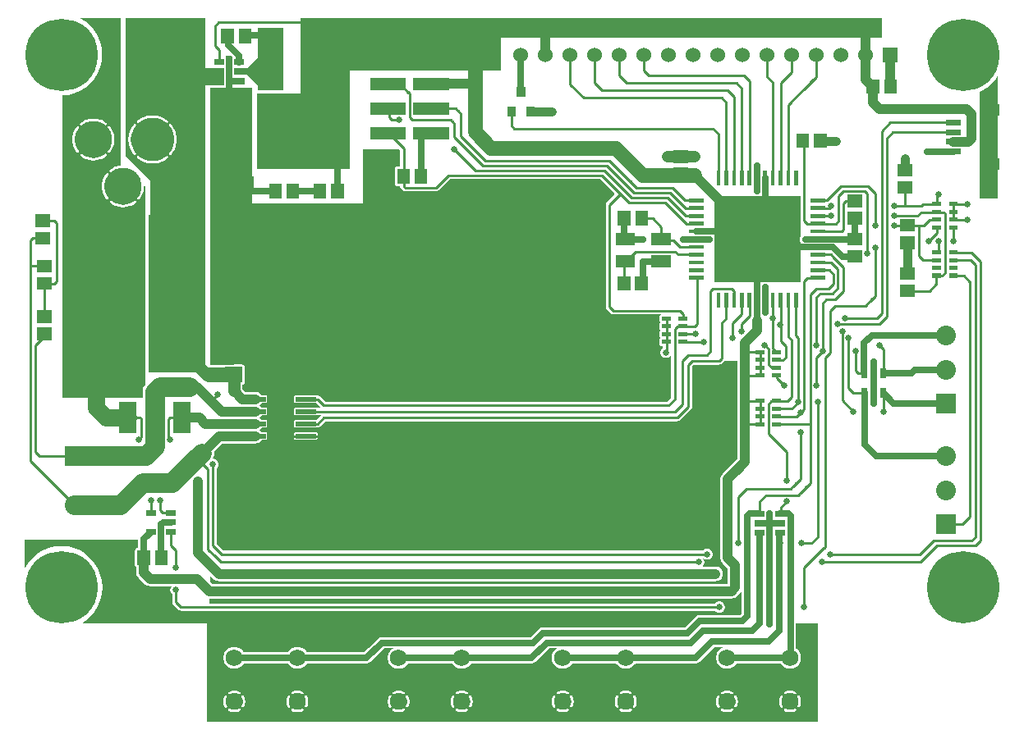
<source format=gbr>
G04 start of page 2 for group 0 idx 0 *
G04 Title: (unknown), component *
G04 Creator: pcb 20140316 *
G04 CreationDate: Thu 20 Aug 2020 03:11:42 AM GMT UTC *
G04 For: railfan *
G04 Format: Gerber/RS-274X *
G04 PCB-Dimensions (mil): 4000.00 2900.00 *
G04 PCB-Coordinate-Origin: lower left *
%MOIN*%
%FSLAX25Y25*%
%LNTOP*%
%ADD49C,0.0472*%
%ADD48C,0.1100*%
%ADD47C,0.1250*%
%ADD46C,0.0390*%
%ADD45C,0.0480*%
%ADD44C,0.0380*%
%ADD43C,0.1285*%
%ADD42C,0.0120*%
%ADD41C,0.0260*%
%ADD40R,0.0612X0.0612*%
%ADD39R,0.0709X0.0709*%
%ADD38R,0.0945X0.0945*%
%ADD37R,0.0650X0.0650*%
%ADD36R,0.0200X0.0200*%
%ADD35R,0.0800X0.0800*%
%ADD34R,0.0472X0.0472*%
%ADD33R,0.0236X0.0236*%
%ADD32R,0.0340X0.0340*%
%ADD31R,0.0157X0.0157*%
%ADD30R,0.0167X0.0167*%
%ADD29R,0.0230X0.0230*%
%ADD28R,0.0240X0.0240*%
%ADD27R,0.0500X0.0500*%
%ADD26R,0.0512X0.0512*%
%ADD25R,0.0630X0.0630*%
%ADD24C,0.1500*%
%ADD23C,0.1750*%
%ADD22C,0.0690*%
%ADD21C,0.2937*%
%ADD20C,0.0700*%
%ADD19C,0.0800*%
%ADD18C,0.0500*%
%ADD17C,0.0600*%
%ADD16C,0.0450*%
%ADD15C,0.0350*%
%ADD14C,0.0100*%
%ADD13C,0.0250*%
%ADD12C,0.0400*%
%ADD11C,0.0001*%
G54D11*G36*
X316472Y23000D02*X324000D01*
Y2000D01*
X316472D01*
Y7717D01*
X316531Y7762D01*
X316586Y7818D01*
X316630Y7884D01*
X316819Y8230D01*
X316972Y8594D01*
X317093Y8970D01*
X317180Y9356D01*
X317232Y9747D01*
X317250Y10142D01*
X317232Y10536D01*
X317180Y10928D01*
X317093Y11313D01*
X316972Y11689D01*
X316819Y12053D01*
X316634Y12402D01*
X316589Y12467D01*
X316534Y12524D01*
X316472Y12571D01*
Y23000D01*
G37*
G36*
X312797D02*X316472D01*
Y12571D01*
X316470Y12572D01*
X316400Y12609D01*
X316325Y12635D01*
X316247Y12649D01*
X316168Y12650D01*
X316090Y12639D01*
X316014Y12616D01*
X315943Y12581D01*
X315878Y12536D01*
X315821Y12481D01*
X315773Y12418D01*
X315736Y12348D01*
X315710Y12273D01*
X315696Y12195D01*
X315695Y12115D01*
X315706Y12037D01*
X315729Y11961D01*
X315765Y11891D01*
X315911Y11622D01*
X316030Y11340D01*
X316124Y11049D01*
X316191Y10751D01*
X316232Y10447D01*
X316245Y10142D01*
X316232Y9836D01*
X316191Y9533D01*
X316124Y9234D01*
X316030Y8943D01*
X315911Y8661D01*
X315768Y8391D01*
X315732Y8321D01*
X315709Y8246D01*
X315698Y8168D01*
X315700Y8089D01*
X315713Y8012D01*
X315739Y7937D01*
X315776Y7868D01*
X315823Y7805D01*
X315880Y7750D01*
X315944Y7705D01*
X316015Y7671D01*
X316090Y7648D01*
X316168Y7637D01*
X316247Y7638D01*
X316325Y7652D01*
X316399Y7677D01*
X316468Y7714D01*
X316472Y7717D01*
Y2000D01*
X312797D01*
Y5687D01*
X313190Y5705D01*
X313581Y5757D01*
X313967Y5844D01*
X314343Y5965D01*
X314707Y6118D01*
X315056Y6304D01*
X315121Y6348D01*
X315178Y6403D01*
X315226Y6467D01*
X315263Y6537D01*
X315289Y6612D01*
X315302Y6690D01*
X315304Y6769D01*
X315293Y6847D01*
X315270Y6923D01*
X315235Y6994D01*
X315189Y7059D01*
X315134Y7116D01*
X315071Y7164D01*
X315001Y7201D01*
X314926Y7227D01*
X314848Y7241D01*
X314769Y7242D01*
X314690Y7231D01*
X314615Y7208D01*
X314544Y7172D01*
X314276Y7026D01*
X313994Y6907D01*
X313703Y6813D01*
X313404Y6746D01*
X313101Y6705D01*
X312797Y6692D01*
Y13592D01*
X313101Y13578D01*
X313404Y13538D01*
X313703Y13470D01*
X313994Y13377D01*
X314276Y13258D01*
X314546Y13115D01*
X314616Y13079D01*
X314691Y13056D01*
X314769Y13045D01*
X314848Y13046D01*
X314925Y13060D01*
X315000Y13085D01*
X315069Y13122D01*
X315132Y13170D01*
X315187Y13226D01*
X315232Y13291D01*
X315266Y13362D01*
X315289Y13437D01*
X315300Y13515D01*
X315299Y13593D01*
X315285Y13671D01*
X315260Y13745D01*
X315223Y13815D01*
X315175Y13878D01*
X315119Y13932D01*
X315053Y13976D01*
X314707Y14165D01*
X314343Y14319D01*
X313967Y14439D01*
X313581Y14526D01*
X313190Y14579D01*
X312797Y14596D01*
Y23000D01*
G37*
G36*
X309118D02*X312797D01*
Y14596D01*
X312795Y14596D01*
X312401Y14579D01*
X312009Y14526D01*
X311624Y14439D01*
X311248Y14319D01*
X310884Y14165D01*
X310535Y13980D01*
X310470Y13935D01*
X310413Y13880D01*
X310365Y13817D01*
X310328Y13747D01*
X310302Y13672D01*
X310288Y13594D01*
X310287Y13515D01*
X310298Y13436D01*
X310321Y13360D01*
X310356Y13289D01*
X310401Y13224D01*
X310456Y13167D01*
X310519Y13120D01*
X310589Y13082D01*
X310664Y13057D01*
X310742Y13043D01*
X310822Y13041D01*
X310900Y13052D01*
X310976Y13076D01*
X311046Y13112D01*
X311315Y13258D01*
X311597Y13377D01*
X311888Y13470D01*
X312186Y13538D01*
X312490Y13578D01*
X312795Y13592D01*
X312797Y13592D01*
Y6692D01*
X312795Y6692D01*
X312490Y6705D01*
X312186Y6746D01*
X311888Y6813D01*
X311597Y6907D01*
X311315Y7026D01*
X311045Y7169D01*
X310975Y7205D01*
X310899Y7228D01*
X310821Y7239D01*
X310743Y7237D01*
X310665Y7224D01*
X310591Y7198D01*
X310521Y7161D01*
X310458Y7114D01*
X310404Y7057D01*
X310359Y6993D01*
X310324Y6922D01*
X310301Y6847D01*
X310290Y6769D01*
X310292Y6690D01*
X310305Y6612D01*
X310331Y6538D01*
X310368Y6469D01*
X310415Y6406D01*
X310472Y6351D01*
X310537Y6307D01*
X310884Y6118D01*
X311248Y5965D01*
X311624Y5844D01*
X312009Y5757D01*
X312401Y5705D01*
X312795Y5687D01*
X312797Y5687D01*
Y2000D01*
X309118D01*
Y7713D01*
X309120Y7711D01*
X309190Y7674D01*
X309265Y7648D01*
X309343Y7635D01*
X309422Y7633D01*
X309501Y7644D01*
X309577Y7667D01*
X309648Y7702D01*
X309713Y7748D01*
X309770Y7803D01*
X309817Y7866D01*
X309855Y7936D01*
X309881Y8011D01*
X309894Y8089D01*
X309896Y8168D01*
X309885Y8247D01*
X309861Y8322D01*
X309825Y8393D01*
X309679Y8661D01*
X309560Y8943D01*
X309467Y9234D01*
X309399Y9533D01*
X309359Y9836D01*
X309345Y10142D01*
X309359Y10447D01*
X309399Y10751D01*
X309467Y11049D01*
X309560Y11340D01*
X309679Y11622D01*
X309822Y11892D01*
X309858Y11962D01*
X309881Y12038D01*
X309892Y12116D01*
X309891Y12194D01*
X309877Y12272D01*
X309852Y12346D01*
X309815Y12416D01*
X309767Y12479D01*
X309711Y12533D01*
X309646Y12578D01*
X309575Y12613D01*
X309500Y12636D01*
X309422Y12647D01*
X309344Y12645D01*
X309266Y12632D01*
X309192Y12606D01*
X309122Y12569D01*
X309118Y12566D01*
Y23000D01*
G37*
G36*
X290882D02*X309118D01*
Y12566D01*
X309059Y12522D01*
X309005Y12465D01*
X308961Y12400D01*
X308772Y12053D01*
X308618Y11689D01*
X308498Y11313D01*
X308411Y10928D01*
X308358Y10536D01*
X308341Y10142D01*
X308358Y9747D01*
X308411Y9356D01*
X308498Y8970D01*
X308618Y8594D01*
X308772Y8230D01*
X308957Y7881D01*
X309002Y7816D01*
X309057Y7759D01*
X309118Y7713D01*
Y2000D01*
X290882D01*
Y7717D01*
X290941Y7762D01*
X290995Y7818D01*
X291039Y7884D01*
X291228Y8230D01*
X291382Y8594D01*
X291502Y8970D01*
X291589Y9356D01*
X291642Y9747D01*
X291659Y10142D01*
X291642Y10536D01*
X291589Y10928D01*
X291502Y11313D01*
X291382Y11689D01*
X291228Y12053D01*
X291043Y12402D01*
X290998Y12467D01*
X290943Y12524D01*
X290882Y12571D01*
Y23000D01*
G37*
G36*
X287206D02*X290882D01*
Y12571D01*
X290880Y12572D01*
X290810Y12609D01*
X290735Y12635D01*
X290657Y12649D01*
X290578Y12650D01*
X290499Y12639D01*
X290423Y12616D01*
X290352Y12581D01*
X290287Y12536D01*
X290230Y12481D01*
X290182Y12418D01*
X290145Y12348D01*
X290119Y12273D01*
X290106Y12195D01*
X290104Y12115D01*
X290115Y12037D01*
X290139Y11961D01*
X290175Y11891D01*
X290321Y11622D01*
X290440Y11340D01*
X290533Y11049D01*
X290601Y10751D01*
X290641Y10447D01*
X290655Y10142D01*
X290641Y9836D01*
X290601Y9533D01*
X290533Y9234D01*
X290440Y8943D01*
X290321Y8661D01*
X290178Y8391D01*
X290142Y8321D01*
X290119Y8246D01*
X290108Y8168D01*
X290109Y8089D01*
X290123Y8012D01*
X290148Y7937D01*
X290185Y7868D01*
X290233Y7805D01*
X290289Y7750D01*
X290354Y7705D01*
X290425Y7671D01*
X290500Y7648D01*
X290578Y7637D01*
X290656Y7638D01*
X290734Y7652D01*
X290808Y7677D01*
X290878Y7714D01*
X290882Y7717D01*
Y2000D01*
X287206D01*
Y5687D01*
X287599Y5705D01*
X287991Y5757D01*
X288376Y5844D01*
X288752Y5965D01*
X289116Y6118D01*
X289465Y6304D01*
X289530Y6348D01*
X289587Y6403D01*
X289635Y6467D01*
X289672Y6537D01*
X289698Y6612D01*
X289712Y6690D01*
X289713Y6769D01*
X289702Y6847D01*
X289679Y6923D01*
X289644Y6994D01*
X289599Y7059D01*
X289544Y7116D01*
X289481Y7164D01*
X289411Y7201D01*
X289336Y7227D01*
X289258Y7241D01*
X289178Y7242D01*
X289100Y7231D01*
X289024Y7208D01*
X288954Y7172D01*
X288685Y7026D01*
X288403Y6907D01*
X288112Y6813D01*
X287814Y6746D01*
X287510Y6705D01*
X287206Y6692D01*
Y13592D01*
X287510Y13578D01*
X287814Y13538D01*
X288112Y13470D01*
X288403Y13377D01*
X288685Y13258D01*
X288955Y13115D01*
X289025Y13079D01*
X289101Y13056D01*
X289179Y13045D01*
X289257Y13046D01*
X289335Y13060D01*
X289409Y13085D01*
X289479Y13122D01*
X289542Y13170D01*
X289596Y13226D01*
X289641Y13291D01*
X289676Y13362D01*
X289699Y13437D01*
X289710Y13515D01*
X289708Y13593D01*
X289695Y13671D01*
X289669Y13745D01*
X289632Y13815D01*
X289585Y13878D01*
X289528Y13932D01*
X289463Y13976D01*
X289116Y14165D01*
X288752Y14319D01*
X288376Y14439D01*
X287991Y14526D01*
X287599Y14579D01*
X287206Y14596D01*
Y23000D01*
G37*
G36*
X283528D02*X287206D01*
Y14596D01*
X287205Y14596D01*
X286810Y14579D01*
X286419Y14526D01*
X286033Y14439D01*
X285657Y14319D01*
X285293Y14165D01*
X284944Y13980D01*
X284879Y13935D01*
X284822Y13880D01*
X284774Y13817D01*
X284737Y13747D01*
X284711Y13672D01*
X284698Y13594D01*
X284696Y13515D01*
X284707Y13436D01*
X284730Y13360D01*
X284765Y13289D01*
X284811Y13224D01*
X284866Y13167D01*
X284929Y13120D01*
X284999Y13082D01*
X285074Y13057D01*
X285152Y13043D01*
X285231Y13041D01*
X285310Y13052D01*
X285385Y13076D01*
X285456Y13112D01*
X285724Y13258D01*
X286006Y13377D01*
X286297Y13470D01*
X286596Y13538D01*
X286899Y13578D01*
X287205Y13592D01*
X287206Y13592D01*
Y6692D01*
X287205Y6692D01*
X286899Y6705D01*
X286596Y6746D01*
X286297Y6813D01*
X286006Y6907D01*
X285724Y7026D01*
X285454Y7169D01*
X285384Y7205D01*
X285309Y7228D01*
X285231Y7239D01*
X285152Y7237D01*
X285075Y7224D01*
X285000Y7198D01*
X284931Y7161D01*
X284868Y7114D01*
X284813Y7057D01*
X284768Y6993D01*
X284734Y6922D01*
X284711Y6847D01*
X284700Y6769D01*
X284701Y6690D01*
X284715Y6612D01*
X284740Y6538D01*
X284777Y6469D01*
X284825Y6406D01*
X284881Y6351D01*
X284947Y6307D01*
X285293Y6118D01*
X285657Y5965D01*
X286033Y5844D01*
X286419Y5757D01*
X286810Y5705D01*
X287205Y5687D01*
X287206Y5687D01*
Y2000D01*
X283528D01*
Y7713D01*
X283530Y7711D01*
X283600Y7674D01*
X283675Y7648D01*
X283753Y7635D01*
X283832Y7633D01*
X283910Y7644D01*
X283986Y7667D01*
X284057Y7702D01*
X284122Y7748D01*
X284179Y7803D01*
X284227Y7866D01*
X284264Y7936D01*
X284290Y8011D01*
X284304Y8089D01*
X284305Y8168D01*
X284294Y8247D01*
X284271Y8322D01*
X284235Y8393D01*
X284089Y8661D01*
X283970Y8943D01*
X283876Y9234D01*
X283809Y9533D01*
X283768Y9836D01*
X283755Y10142D01*
X283768Y10447D01*
X283809Y10751D01*
X283876Y11049D01*
X283970Y11340D01*
X284089Y11622D01*
X284232Y11892D01*
X284268Y11962D01*
X284291Y12038D01*
X284302Y12116D01*
X284300Y12194D01*
X284287Y12272D01*
X284261Y12346D01*
X284224Y12416D01*
X284177Y12479D01*
X284120Y12533D01*
X284056Y12578D01*
X283985Y12613D01*
X283910Y12636D01*
X283832Y12647D01*
X283753Y12645D01*
X283675Y12632D01*
X283601Y12606D01*
X283532Y12569D01*
X283528Y12566D01*
Y23000D01*
G37*
G36*
X249772D02*X283528D01*
Y12566D01*
X283469Y12522D01*
X283414Y12465D01*
X283370Y12400D01*
X283181Y12053D01*
X283028Y11689D01*
X282907Y11313D01*
X282820Y10928D01*
X282768Y10536D01*
X282750Y10142D01*
X282768Y9747D01*
X282820Y9356D01*
X282907Y8970D01*
X283028Y8594D01*
X283181Y8230D01*
X283366Y7881D01*
X283411Y7816D01*
X283466Y7759D01*
X283528Y7713D01*
Y2000D01*
X249772D01*
Y7717D01*
X249831Y7762D01*
X249886Y7818D01*
X249930Y7884D01*
X250119Y8230D01*
X250272Y8594D01*
X250393Y8970D01*
X250480Y9356D01*
X250532Y9747D01*
X250550Y10142D01*
X250532Y10536D01*
X250480Y10928D01*
X250393Y11313D01*
X250272Y11689D01*
X250119Y12053D01*
X249934Y12402D01*
X249889Y12467D01*
X249834Y12524D01*
X249772Y12571D01*
Y23000D01*
G37*
G36*
X246097D02*X249772D01*
Y12571D01*
X249770Y12572D01*
X249700Y12609D01*
X249625Y12635D01*
X249547Y12649D01*
X249468Y12650D01*
X249390Y12639D01*
X249314Y12616D01*
X249243Y12581D01*
X249178Y12536D01*
X249121Y12481D01*
X249073Y12418D01*
X249036Y12348D01*
X249010Y12273D01*
X248996Y12195D01*
X248995Y12115D01*
X249006Y12037D01*
X249029Y11961D01*
X249065Y11891D01*
X249211Y11622D01*
X249330Y11340D01*
X249424Y11049D01*
X249491Y10751D01*
X249532Y10447D01*
X249545Y10142D01*
X249532Y9836D01*
X249491Y9533D01*
X249424Y9234D01*
X249330Y8943D01*
X249211Y8661D01*
X249068Y8391D01*
X249032Y8321D01*
X249009Y8246D01*
X248998Y8168D01*
X249000Y8089D01*
X249013Y8012D01*
X249039Y7937D01*
X249076Y7868D01*
X249123Y7805D01*
X249180Y7750D01*
X249244Y7705D01*
X249315Y7671D01*
X249390Y7648D01*
X249468Y7637D01*
X249547Y7638D01*
X249625Y7652D01*
X249699Y7677D01*
X249768Y7714D01*
X249772Y7717D01*
Y2000D01*
X246097D01*
Y5687D01*
X246490Y5705D01*
X246881Y5757D01*
X247267Y5844D01*
X247643Y5965D01*
X248007Y6118D01*
X248356Y6304D01*
X248421Y6348D01*
X248478Y6403D01*
X248526Y6467D01*
X248563Y6537D01*
X248589Y6612D01*
X248602Y6690D01*
X248604Y6769D01*
X248593Y6847D01*
X248570Y6923D01*
X248535Y6994D01*
X248489Y7059D01*
X248434Y7116D01*
X248371Y7164D01*
X248301Y7201D01*
X248226Y7227D01*
X248148Y7241D01*
X248069Y7242D01*
X247990Y7231D01*
X247915Y7208D01*
X247844Y7172D01*
X247576Y7026D01*
X247294Y6907D01*
X247003Y6813D01*
X246704Y6746D01*
X246401Y6705D01*
X246097Y6692D01*
Y13592D01*
X246401Y13578D01*
X246704Y13538D01*
X247003Y13470D01*
X247294Y13377D01*
X247576Y13258D01*
X247846Y13115D01*
X247916Y13079D01*
X247991Y13056D01*
X248069Y13045D01*
X248148Y13046D01*
X248225Y13060D01*
X248300Y13085D01*
X248369Y13122D01*
X248432Y13170D01*
X248487Y13226D01*
X248532Y13291D01*
X248566Y13362D01*
X248589Y13437D01*
X248600Y13515D01*
X248599Y13593D01*
X248585Y13671D01*
X248560Y13745D01*
X248523Y13815D01*
X248475Y13878D01*
X248419Y13932D01*
X248353Y13976D01*
X248007Y14165D01*
X247643Y14319D01*
X247267Y14439D01*
X246881Y14526D01*
X246490Y14579D01*
X246097Y14596D01*
Y23000D01*
G37*
G36*
X242418D02*X246097D01*
Y14596D01*
X246095Y14596D01*
X245701Y14579D01*
X245309Y14526D01*
X244924Y14439D01*
X244548Y14319D01*
X244184Y14165D01*
X243835Y13980D01*
X243770Y13935D01*
X243713Y13880D01*
X243665Y13817D01*
X243628Y13747D01*
X243602Y13672D01*
X243588Y13594D01*
X243587Y13515D01*
X243598Y13436D01*
X243621Y13360D01*
X243656Y13289D01*
X243701Y13224D01*
X243756Y13167D01*
X243819Y13120D01*
X243889Y13082D01*
X243964Y13057D01*
X244042Y13043D01*
X244122Y13041D01*
X244200Y13052D01*
X244276Y13076D01*
X244346Y13112D01*
X244615Y13258D01*
X244897Y13377D01*
X245188Y13470D01*
X245486Y13538D01*
X245790Y13578D01*
X246095Y13592D01*
X246097Y13592D01*
Y6692D01*
X246095Y6692D01*
X245790Y6705D01*
X245486Y6746D01*
X245188Y6813D01*
X244897Y6907D01*
X244615Y7026D01*
X244345Y7169D01*
X244275Y7205D01*
X244199Y7228D01*
X244121Y7239D01*
X244043Y7237D01*
X243965Y7224D01*
X243891Y7198D01*
X243821Y7161D01*
X243758Y7114D01*
X243704Y7057D01*
X243659Y6993D01*
X243624Y6922D01*
X243601Y6847D01*
X243590Y6769D01*
X243592Y6690D01*
X243605Y6612D01*
X243631Y6538D01*
X243668Y6469D01*
X243715Y6406D01*
X243772Y6351D01*
X243837Y6307D01*
X244184Y6118D01*
X244548Y5965D01*
X244924Y5844D01*
X245309Y5757D01*
X245701Y5705D01*
X246095Y5687D01*
X246097Y5687D01*
Y2000D01*
X242418D01*
Y7713D01*
X242420Y7711D01*
X242490Y7674D01*
X242565Y7648D01*
X242643Y7635D01*
X242722Y7633D01*
X242801Y7644D01*
X242877Y7667D01*
X242948Y7702D01*
X243013Y7748D01*
X243070Y7803D01*
X243117Y7866D01*
X243155Y7936D01*
X243181Y8011D01*
X243194Y8089D01*
X243196Y8168D01*
X243185Y8247D01*
X243161Y8322D01*
X243125Y8393D01*
X242979Y8661D01*
X242860Y8943D01*
X242767Y9234D01*
X242699Y9533D01*
X242659Y9836D01*
X242645Y10142D01*
X242659Y10447D01*
X242699Y10751D01*
X242767Y11049D01*
X242860Y11340D01*
X242979Y11622D01*
X243122Y11892D01*
X243158Y11962D01*
X243181Y12038D01*
X243192Y12116D01*
X243191Y12194D01*
X243177Y12272D01*
X243152Y12346D01*
X243115Y12416D01*
X243067Y12479D01*
X243011Y12533D01*
X242946Y12578D01*
X242875Y12613D01*
X242800Y12636D01*
X242722Y12647D01*
X242644Y12645D01*
X242566Y12632D01*
X242492Y12606D01*
X242422Y12569D01*
X242418Y12566D01*
Y23000D01*
G37*
G36*
X224182D02*X242418D01*
Y12566D01*
X242359Y12522D01*
X242305Y12465D01*
X242261Y12400D01*
X242072Y12053D01*
X241918Y11689D01*
X241798Y11313D01*
X241711Y10928D01*
X241658Y10536D01*
X241641Y10142D01*
X241658Y9747D01*
X241711Y9356D01*
X241798Y8970D01*
X241918Y8594D01*
X242072Y8230D01*
X242257Y7881D01*
X242302Y7816D01*
X242357Y7759D01*
X242418Y7713D01*
Y2000D01*
X224182D01*
Y7717D01*
X224241Y7762D01*
X224295Y7818D01*
X224339Y7884D01*
X224528Y8230D01*
X224682Y8594D01*
X224802Y8970D01*
X224889Y9356D01*
X224942Y9747D01*
X224959Y10142D01*
X224942Y10536D01*
X224889Y10928D01*
X224802Y11313D01*
X224682Y11689D01*
X224528Y12053D01*
X224343Y12402D01*
X224298Y12467D01*
X224243Y12524D01*
X224182Y12571D01*
Y23000D01*
G37*
G36*
X220506D02*X224182D01*
Y12571D01*
X224180Y12572D01*
X224110Y12609D01*
X224035Y12635D01*
X223957Y12649D01*
X223878Y12650D01*
X223799Y12639D01*
X223723Y12616D01*
X223652Y12581D01*
X223587Y12536D01*
X223530Y12481D01*
X223482Y12418D01*
X223445Y12348D01*
X223419Y12273D01*
X223406Y12195D01*
X223404Y12115D01*
X223415Y12037D01*
X223439Y11961D01*
X223475Y11891D01*
X223621Y11622D01*
X223740Y11340D01*
X223833Y11049D01*
X223901Y10751D01*
X223941Y10447D01*
X223955Y10142D01*
X223941Y9836D01*
X223901Y9533D01*
X223833Y9234D01*
X223740Y8943D01*
X223621Y8661D01*
X223478Y8391D01*
X223442Y8321D01*
X223419Y8246D01*
X223408Y8168D01*
X223409Y8089D01*
X223423Y8012D01*
X223448Y7937D01*
X223485Y7868D01*
X223533Y7805D01*
X223589Y7750D01*
X223654Y7705D01*
X223725Y7671D01*
X223800Y7648D01*
X223878Y7637D01*
X223956Y7638D01*
X224034Y7652D01*
X224108Y7677D01*
X224178Y7714D01*
X224182Y7717D01*
Y2000D01*
X220506D01*
Y5687D01*
X220899Y5705D01*
X221291Y5757D01*
X221676Y5844D01*
X222052Y5965D01*
X222416Y6118D01*
X222765Y6304D01*
X222830Y6348D01*
X222887Y6403D01*
X222935Y6467D01*
X222972Y6537D01*
X222998Y6612D01*
X223012Y6690D01*
X223013Y6769D01*
X223002Y6847D01*
X222979Y6923D01*
X222944Y6994D01*
X222899Y7059D01*
X222844Y7116D01*
X222781Y7164D01*
X222711Y7201D01*
X222636Y7227D01*
X222558Y7241D01*
X222478Y7242D01*
X222400Y7231D01*
X222324Y7208D01*
X222254Y7172D01*
X221985Y7026D01*
X221703Y6907D01*
X221412Y6813D01*
X221114Y6746D01*
X220810Y6705D01*
X220506Y6692D01*
Y13592D01*
X220810Y13578D01*
X221114Y13538D01*
X221412Y13470D01*
X221703Y13377D01*
X221985Y13258D01*
X222255Y13115D01*
X222325Y13079D01*
X222401Y13056D01*
X222479Y13045D01*
X222557Y13046D01*
X222635Y13060D01*
X222709Y13085D01*
X222779Y13122D01*
X222842Y13170D01*
X222896Y13226D01*
X222941Y13291D01*
X222976Y13362D01*
X222999Y13437D01*
X223010Y13515D01*
X223008Y13593D01*
X222995Y13671D01*
X222969Y13745D01*
X222932Y13815D01*
X222885Y13878D01*
X222828Y13932D01*
X222763Y13976D01*
X222416Y14165D01*
X222052Y14319D01*
X221676Y14439D01*
X221291Y14526D01*
X220899Y14579D01*
X220506Y14596D01*
Y23000D01*
G37*
G36*
X216828D02*X220506D01*
Y14596D01*
X220505Y14596D01*
X220110Y14579D01*
X219719Y14526D01*
X219333Y14439D01*
X218957Y14319D01*
X218593Y14165D01*
X218244Y13980D01*
X218179Y13935D01*
X218122Y13880D01*
X218074Y13817D01*
X218037Y13747D01*
X218011Y13672D01*
X217998Y13594D01*
X217996Y13515D01*
X218007Y13436D01*
X218030Y13360D01*
X218065Y13289D01*
X218111Y13224D01*
X218166Y13167D01*
X218229Y13120D01*
X218299Y13082D01*
X218374Y13057D01*
X218452Y13043D01*
X218531Y13041D01*
X218609Y13052D01*
X218685Y13076D01*
X218756Y13112D01*
X219024Y13258D01*
X219306Y13377D01*
X219597Y13470D01*
X219896Y13538D01*
X220199Y13578D01*
X220505Y13592D01*
X220506Y13592D01*
Y6692D01*
X220505Y6692D01*
X220199Y6705D01*
X219896Y6746D01*
X219597Y6813D01*
X219306Y6907D01*
X219024Y7026D01*
X218754Y7169D01*
X218684Y7205D01*
X218609Y7228D01*
X218531Y7239D01*
X218452Y7237D01*
X218375Y7224D01*
X218300Y7198D01*
X218231Y7161D01*
X218168Y7114D01*
X218113Y7057D01*
X218068Y6993D01*
X218034Y6922D01*
X218011Y6847D01*
X218000Y6769D01*
X218001Y6690D01*
X218015Y6612D01*
X218040Y6538D01*
X218077Y6469D01*
X218125Y6406D01*
X218181Y6351D01*
X218247Y6307D01*
X218593Y6118D01*
X218957Y5965D01*
X219333Y5844D01*
X219719Y5757D01*
X220110Y5705D01*
X220505Y5687D01*
X220506Y5687D01*
Y2000D01*
X216828D01*
Y7713D01*
X216830Y7711D01*
X216900Y7674D01*
X216975Y7648D01*
X217053Y7635D01*
X217132Y7633D01*
X217210Y7644D01*
X217286Y7667D01*
X217357Y7702D01*
X217422Y7748D01*
X217479Y7803D01*
X217527Y7866D01*
X217564Y7936D01*
X217590Y8011D01*
X217604Y8089D01*
X217605Y8168D01*
X217594Y8247D01*
X217571Y8322D01*
X217535Y8393D01*
X217389Y8661D01*
X217270Y8943D01*
X217176Y9234D01*
X217109Y9533D01*
X217068Y9836D01*
X217055Y10142D01*
X217068Y10447D01*
X217109Y10751D01*
X217176Y11049D01*
X217270Y11340D01*
X217389Y11622D01*
X217532Y11892D01*
X217568Y11962D01*
X217591Y12038D01*
X217602Y12116D01*
X217600Y12194D01*
X217587Y12272D01*
X217561Y12346D01*
X217524Y12416D01*
X217477Y12479D01*
X217420Y12533D01*
X217356Y12578D01*
X217285Y12613D01*
X217210Y12636D01*
X217132Y12647D01*
X217053Y12645D01*
X216975Y12632D01*
X216901Y12606D01*
X216832Y12569D01*
X216828Y12566D01*
Y23000D01*
G37*
G36*
X183172D02*X216828D01*
Y12566D01*
X216769Y12522D01*
X216714Y12465D01*
X216670Y12400D01*
X216481Y12053D01*
X216328Y11689D01*
X216207Y11313D01*
X216120Y10928D01*
X216068Y10536D01*
X216050Y10142D01*
X216068Y9747D01*
X216120Y9356D01*
X216207Y8970D01*
X216328Y8594D01*
X216481Y8230D01*
X216666Y7881D01*
X216711Y7816D01*
X216766Y7759D01*
X216828Y7713D01*
Y2000D01*
X183172D01*
Y7717D01*
X183231Y7762D01*
X183286Y7818D01*
X183330Y7884D01*
X183519Y8230D01*
X183672Y8594D01*
X183793Y8970D01*
X183880Y9356D01*
X183932Y9747D01*
X183950Y10142D01*
X183932Y10536D01*
X183880Y10928D01*
X183793Y11313D01*
X183672Y11689D01*
X183519Y12053D01*
X183334Y12402D01*
X183289Y12467D01*
X183234Y12524D01*
X183172Y12571D01*
Y23000D01*
G37*
G36*
X179497D02*X183172D01*
Y12571D01*
X183170Y12572D01*
X183100Y12609D01*
X183025Y12635D01*
X182947Y12649D01*
X182868Y12650D01*
X182790Y12639D01*
X182714Y12616D01*
X182643Y12581D01*
X182578Y12536D01*
X182521Y12481D01*
X182473Y12418D01*
X182436Y12348D01*
X182410Y12273D01*
X182396Y12195D01*
X182395Y12115D01*
X182406Y12037D01*
X182429Y11961D01*
X182465Y11891D01*
X182611Y11622D01*
X182730Y11340D01*
X182824Y11049D01*
X182891Y10751D01*
X182932Y10447D01*
X182945Y10142D01*
X182932Y9836D01*
X182891Y9533D01*
X182824Y9234D01*
X182730Y8943D01*
X182611Y8661D01*
X182468Y8391D01*
X182432Y8321D01*
X182409Y8246D01*
X182398Y8168D01*
X182400Y8089D01*
X182413Y8012D01*
X182439Y7937D01*
X182476Y7868D01*
X182523Y7805D01*
X182580Y7750D01*
X182644Y7705D01*
X182715Y7671D01*
X182790Y7648D01*
X182868Y7637D01*
X182947Y7638D01*
X183025Y7652D01*
X183099Y7677D01*
X183168Y7714D01*
X183172Y7717D01*
Y2000D01*
X179497D01*
Y5687D01*
X179890Y5705D01*
X180281Y5757D01*
X180667Y5844D01*
X181043Y5965D01*
X181407Y6118D01*
X181756Y6304D01*
X181821Y6348D01*
X181878Y6403D01*
X181926Y6467D01*
X181963Y6537D01*
X181989Y6612D01*
X182002Y6690D01*
X182004Y6769D01*
X181993Y6847D01*
X181970Y6923D01*
X181935Y6994D01*
X181889Y7059D01*
X181834Y7116D01*
X181771Y7164D01*
X181701Y7201D01*
X181626Y7227D01*
X181548Y7241D01*
X181469Y7242D01*
X181390Y7231D01*
X181315Y7208D01*
X181244Y7172D01*
X180976Y7026D01*
X180694Y6907D01*
X180403Y6813D01*
X180104Y6746D01*
X179801Y6705D01*
X179497Y6692D01*
Y13592D01*
X179801Y13578D01*
X180104Y13538D01*
X180403Y13470D01*
X180694Y13377D01*
X180976Y13258D01*
X181246Y13115D01*
X181316Y13079D01*
X181391Y13056D01*
X181469Y13045D01*
X181548Y13046D01*
X181625Y13060D01*
X181700Y13085D01*
X181769Y13122D01*
X181832Y13170D01*
X181887Y13226D01*
X181932Y13291D01*
X181966Y13362D01*
X181989Y13437D01*
X182000Y13515D01*
X181999Y13593D01*
X181985Y13671D01*
X181960Y13745D01*
X181923Y13815D01*
X181875Y13878D01*
X181819Y13932D01*
X181753Y13976D01*
X181407Y14165D01*
X181043Y14319D01*
X180667Y14439D01*
X180281Y14526D01*
X179890Y14579D01*
X179497Y14596D01*
Y23000D01*
G37*
G36*
X175818D02*X179497D01*
Y14596D01*
X179495Y14596D01*
X179101Y14579D01*
X178709Y14526D01*
X178324Y14439D01*
X177948Y14319D01*
X177584Y14165D01*
X177235Y13980D01*
X177170Y13935D01*
X177113Y13880D01*
X177065Y13817D01*
X177028Y13747D01*
X177002Y13672D01*
X176988Y13594D01*
X176987Y13515D01*
X176998Y13436D01*
X177021Y13360D01*
X177056Y13289D01*
X177101Y13224D01*
X177156Y13167D01*
X177219Y13120D01*
X177289Y13082D01*
X177364Y13057D01*
X177442Y13043D01*
X177522Y13041D01*
X177600Y13052D01*
X177676Y13076D01*
X177746Y13112D01*
X178015Y13258D01*
X178297Y13377D01*
X178588Y13470D01*
X178886Y13538D01*
X179190Y13578D01*
X179495Y13592D01*
X179497Y13592D01*
Y6692D01*
X179495Y6692D01*
X179190Y6705D01*
X178886Y6746D01*
X178588Y6813D01*
X178297Y6907D01*
X178015Y7026D01*
X177745Y7169D01*
X177675Y7205D01*
X177599Y7228D01*
X177521Y7239D01*
X177443Y7237D01*
X177365Y7224D01*
X177291Y7198D01*
X177221Y7161D01*
X177158Y7114D01*
X177104Y7057D01*
X177059Y6993D01*
X177024Y6922D01*
X177001Y6847D01*
X176990Y6769D01*
X176992Y6690D01*
X177005Y6612D01*
X177031Y6538D01*
X177068Y6469D01*
X177115Y6406D01*
X177172Y6351D01*
X177237Y6307D01*
X177584Y6118D01*
X177948Y5965D01*
X178324Y5844D01*
X178709Y5757D01*
X179101Y5705D01*
X179495Y5687D01*
X179497Y5687D01*
Y2000D01*
X175818D01*
Y7713D01*
X175820Y7711D01*
X175890Y7674D01*
X175965Y7648D01*
X176043Y7635D01*
X176122Y7633D01*
X176201Y7644D01*
X176277Y7667D01*
X176348Y7702D01*
X176413Y7748D01*
X176470Y7803D01*
X176517Y7866D01*
X176555Y7936D01*
X176581Y8011D01*
X176594Y8089D01*
X176596Y8168D01*
X176585Y8247D01*
X176561Y8322D01*
X176525Y8393D01*
X176379Y8661D01*
X176260Y8943D01*
X176167Y9234D01*
X176099Y9533D01*
X176059Y9836D01*
X176045Y10142D01*
X176059Y10447D01*
X176099Y10751D01*
X176167Y11049D01*
X176260Y11340D01*
X176379Y11622D01*
X176522Y11892D01*
X176558Y11962D01*
X176581Y12038D01*
X176592Y12116D01*
X176591Y12194D01*
X176577Y12272D01*
X176552Y12346D01*
X176515Y12416D01*
X176467Y12479D01*
X176411Y12533D01*
X176346Y12578D01*
X176275Y12613D01*
X176200Y12636D01*
X176122Y12647D01*
X176044Y12645D01*
X175966Y12632D01*
X175892Y12606D01*
X175822Y12569D01*
X175818Y12566D01*
Y23000D01*
G37*
G36*
X157582D02*X175818D01*
Y12566D01*
X175759Y12522D01*
X175705Y12465D01*
X175661Y12400D01*
X175472Y12053D01*
X175318Y11689D01*
X175198Y11313D01*
X175111Y10928D01*
X175058Y10536D01*
X175041Y10142D01*
X175058Y9747D01*
X175111Y9356D01*
X175198Y8970D01*
X175318Y8594D01*
X175472Y8230D01*
X175657Y7881D01*
X175702Y7816D01*
X175757Y7759D01*
X175818Y7713D01*
Y2000D01*
X157582D01*
Y7717D01*
X157641Y7762D01*
X157695Y7818D01*
X157739Y7884D01*
X157928Y8230D01*
X158082Y8594D01*
X158202Y8970D01*
X158289Y9356D01*
X158342Y9747D01*
X158359Y10142D01*
X158342Y10536D01*
X158289Y10928D01*
X158202Y11313D01*
X158082Y11689D01*
X157928Y12053D01*
X157743Y12402D01*
X157698Y12467D01*
X157643Y12524D01*
X157582Y12571D01*
Y23000D01*
G37*
G36*
X153906D02*X157582D01*
Y12571D01*
X157580Y12572D01*
X157510Y12609D01*
X157435Y12635D01*
X157357Y12649D01*
X157278Y12650D01*
X157199Y12639D01*
X157123Y12616D01*
X157052Y12581D01*
X156987Y12536D01*
X156930Y12481D01*
X156882Y12418D01*
X156845Y12348D01*
X156819Y12273D01*
X156806Y12195D01*
X156804Y12115D01*
X156815Y12037D01*
X156839Y11961D01*
X156875Y11891D01*
X157021Y11622D01*
X157140Y11340D01*
X157233Y11049D01*
X157301Y10751D01*
X157341Y10447D01*
X157355Y10142D01*
X157341Y9836D01*
X157301Y9533D01*
X157233Y9234D01*
X157140Y8943D01*
X157021Y8661D01*
X156878Y8391D01*
X156842Y8321D01*
X156819Y8246D01*
X156808Y8168D01*
X156809Y8089D01*
X156823Y8012D01*
X156848Y7937D01*
X156885Y7868D01*
X156933Y7805D01*
X156989Y7750D01*
X157054Y7705D01*
X157125Y7671D01*
X157200Y7648D01*
X157278Y7637D01*
X157356Y7638D01*
X157434Y7652D01*
X157508Y7677D01*
X157578Y7714D01*
X157582Y7717D01*
Y2000D01*
X153906D01*
Y5687D01*
X154299Y5705D01*
X154691Y5757D01*
X155076Y5844D01*
X155452Y5965D01*
X155816Y6118D01*
X156165Y6304D01*
X156230Y6348D01*
X156287Y6403D01*
X156335Y6467D01*
X156372Y6537D01*
X156398Y6612D01*
X156412Y6690D01*
X156413Y6769D01*
X156402Y6847D01*
X156379Y6923D01*
X156344Y6994D01*
X156299Y7059D01*
X156244Y7116D01*
X156181Y7164D01*
X156111Y7201D01*
X156036Y7227D01*
X155958Y7241D01*
X155878Y7242D01*
X155800Y7231D01*
X155724Y7208D01*
X155654Y7172D01*
X155385Y7026D01*
X155103Y6907D01*
X154812Y6813D01*
X154514Y6746D01*
X154210Y6705D01*
X153906Y6692D01*
Y13592D01*
X154210Y13578D01*
X154514Y13538D01*
X154812Y13470D01*
X155103Y13377D01*
X155385Y13258D01*
X155655Y13115D01*
X155725Y13079D01*
X155801Y13056D01*
X155879Y13045D01*
X155957Y13046D01*
X156035Y13060D01*
X156109Y13085D01*
X156179Y13122D01*
X156242Y13170D01*
X156296Y13226D01*
X156341Y13291D01*
X156376Y13362D01*
X156399Y13437D01*
X156410Y13515D01*
X156408Y13593D01*
X156395Y13671D01*
X156369Y13745D01*
X156332Y13815D01*
X156285Y13878D01*
X156228Y13932D01*
X156163Y13976D01*
X155816Y14165D01*
X155452Y14319D01*
X155076Y14439D01*
X154691Y14526D01*
X154299Y14579D01*
X153906Y14596D01*
Y23000D01*
G37*
G36*
X150228D02*X153906D01*
Y14596D01*
X153905Y14596D01*
X153510Y14579D01*
X153119Y14526D01*
X152733Y14439D01*
X152357Y14319D01*
X151993Y14165D01*
X151644Y13980D01*
X151579Y13935D01*
X151522Y13880D01*
X151474Y13817D01*
X151437Y13747D01*
X151411Y13672D01*
X151398Y13594D01*
X151396Y13515D01*
X151407Y13436D01*
X151430Y13360D01*
X151465Y13289D01*
X151511Y13224D01*
X151566Y13167D01*
X151629Y13120D01*
X151699Y13082D01*
X151774Y13057D01*
X151852Y13043D01*
X151931Y13041D01*
X152010Y13052D01*
X152085Y13076D01*
X152156Y13112D01*
X152424Y13258D01*
X152706Y13377D01*
X152997Y13470D01*
X153296Y13538D01*
X153599Y13578D01*
X153905Y13592D01*
X153906Y13592D01*
Y6692D01*
X153905Y6692D01*
X153599Y6705D01*
X153296Y6746D01*
X152997Y6813D01*
X152706Y6907D01*
X152424Y7026D01*
X152154Y7169D01*
X152084Y7205D01*
X152009Y7228D01*
X151931Y7239D01*
X151852Y7237D01*
X151775Y7224D01*
X151700Y7198D01*
X151631Y7161D01*
X151568Y7114D01*
X151513Y7057D01*
X151468Y6993D01*
X151434Y6922D01*
X151411Y6847D01*
X151400Y6769D01*
X151401Y6690D01*
X151415Y6612D01*
X151440Y6538D01*
X151477Y6469D01*
X151525Y6406D01*
X151581Y6351D01*
X151647Y6307D01*
X151993Y6118D01*
X152357Y5965D01*
X152733Y5844D01*
X153119Y5757D01*
X153510Y5705D01*
X153905Y5687D01*
X153906Y5687D01*
Y2000D01*
X150228D01*
Y7713D01*
X150230Y7711D01*
X150300Y7674D01*
X150375Y7648D01*
X150453Y7635D01*
X150532Y7633D01*
X150610Y7644D01*
X150686Y7667D01*
X150757Y7702D01*
X150822Y7748D01*
X150879Y7803D01*
X150927Y7866D01*
X150964Y7936D01*
X150990Y8011D01*
X151004Y8089D01*
X151005Y8168D01*
X150994Y8247D01*
X150971Y8322D01*
X150935Y8393D01*
X150789Y8661D01*
X150670Y8943D01*
X150576Y9234D01*
X150509Y9533D01*
X150468Y9836D01*
X150455Y10142D01*
X150468Y10447D01*
X150509Y10751D01*
X150576Y11049D01*
X150670Y11340D01*
X150789Y11622D01*
X150932Y11892D01*
X150968Y11962D01*
X150991Y12038D01*
X151002Y12116D01*
X151000Y12194D01*
X150987Y12272D01*
X150961Y12346D01*
X150924Y12416D01*
X150877Y12479D01*
X150820Y12533D01*
X150756Y12578D01*
X150685Y12613D01*
X150610Y12636D01*
X150532Y12647D01*
X150453Y12645D01*
X150375Y12632D01*
X150301Y12606D01*
X150232Y12569D01*
X150228Y12566D01*
Y23000D01*
G37*
G36*
X116472D02*X150228D01*
Y12566D01*
X150169Y12522D01*
X150114Y12465D01*
X150070Y12400D01*
X149881Y12053D01*
X149728Y11689D01*
X149607Y11313D01*
X149520Y10928D01*
X149468Y10536D01*
X149450Y10142D01*
X149468Y9747D01*
X149520Y9356D01*
X149607Y8970D01*
X149728Y8594D01*
X149881Y8230D01*
X150066Y7881D01*
X150111Y7816D01*
X150166Y7759D01*
X150228Y7713D01*
Y2000D01*
X116472D01*
Y7717D01*
X116531Y7762D01*
X116586Y7818D01*
X116630Y7884D01*
X116819Y8230D01*
X116972Y8594D01*
X117093Y8970D01*
X117180Y9356D01*
X117232Y9747D01*
X117250Y10142D01*
X117232Y10536D01*
X117180Y10928D01*
X117093Y11313D01*
X116972Y11689D01*
X116819Y12053D01*
X116634Y12402D01*
X116589Y12467D01*
X116534Y12524D01*
X116472Y12571D01*
Y23000D01*
G37*
G36*
X112797D02*X116472D01*
Y12571D01*
X116470Y12572D01*
X116400Y12609D01*
X116325Y12635D01*
X116247Y12649D01*
X116168Y12650D01*
X116090Y12639D01*
X116014Y12616D01*
X115943Y12581D01*
X115878Y12536D01*
X115821Y12481D01*
X115773Y12418D01*
X115736Y12348D01*
X115710Y12273D01*
X115696Y12195D01*
X115695Y12115D01*
X115706Y12037D01*
X115729Y11961D01*
X115765Y11891D01*
X115911Y11622D01*
X116030Y11340D01*
X116124Y11049D01*
X116191Y10751D01*
X116232Y10447D01*
X116245Y10142D01*
X116232Y9836D01*
X116191Y9533D01*
X116124Y9234D01*
X116030Y8943D01*
X115911Y8661D01*
X115768Y8391D01*
X115732Y8321D01*
X115709Y8246D01*
X115698Y8168D01*
X115700Y8089D01*
X115713Y8012D01*
X115739Y7937D01*
X115776Y7868D01*
X115823Y7805D01*
X115880Y7750D01*
X115944Y7705D01*
X116015Y7671D01*
X116090Y7648D01*
X116168Y7637D01*
X116247Y7638D01*
X116325Y7652D01*
X116399Y7677D01*
X116468Y7714D01*
X116472Y7717D01*
Y2000D01*
X112797D01*
Y5687D01*
X113190Y5705D01*
X113581Y5757D01*
X113967Y5844D01*
X114343Y5965D01*
X114707Y6118D01*
X115056Y6304D01*
X115121Y6348D01*
X115178Y6403D01*
X115226Y6467D01*
X115263Y6537D01*
X115289Y6612D01*
X115302Y6690D01*
X115304Y6769D01*
X115293Y6847D01*
X115270Y6923D01*
X115235Y6994D01*
X115189Y7059D01*
X115134Y7116D01*
X115071Y7164D01*
X115001Y7201D01*
X114926Y7227D01*
X114848Y7241D01*
X114769Y7242D01*
X114690Y7231D01*
X114615Y7208D01*
X114544Y7172D01*
X114276Y7026D01*
X113994Y6907D01*
X113703Y6813D01*
X113404Y6746D01*
X113101Y6705D01*
X112797Y6692D01*
Y13592D01*
X113101Y13578D01*
X113404Y13538D01*
X113703Y13470D01*
X113994Y13377D01*
X114276Y13258D01*
X114546Y13115D01*
X114616Y13079D01*
X114691Y13056D01*
X114769Y13045D01*
X114848Y13046D01*
X114925Y13060D01*
X115000Y13085D01*
X115069Y13122D01*
X115132Y13170D01*
X115187Y13226D01*
X115232Y13291D01*
X115266Y13362D01*
X115289Y13437D01*
X115300Y13515D01*
X115299Y13593D01*
X115285Y13671D01*
X115260Y13745D01*
X115223Y13815D01*
X115175Y13878D01*
X115119Y13932D01*
X115053Y13976D01*
X114707Y14165D01*
X114343Y14319D01*
X113967Y14439D01*
X113581Y14526D01*
X113190Y14579D01*
X112797Y14596D01*
Y23000D01*
G37*
G36*
X109118D02*X112797D01*
Y14596D01*
X112795Y14596D01*
X112401Y14579D01*
X112009Y14526D01*
X111624Y14439D01*
X111248Y14319D01*
X110884Y14165D01*
X110535Y13980D01*
X110470Y13935D01*
X110413Y13880D01*
X110365Y13817D01*
X110328Y13747D01*
X110302Y13672D01*
X110288Y13594D01*
X110287Y13515D01*
X110298Y13436D01*
X110321Y13360D01*
X110356Y13289D01*
X110401Y13224D01*
X110456Y13167D01*
X110519Y13120D01*
X110589Y13082D01*
X110664Y13057D01*
X110742Y13043D01*
X110822Y13041D01*
X110900Y13052D01*
X110976Y13076D01*
X111046Y13112D01*
X111315Y13258D01*
X111597Y13377D01*
X111888Y13470D01*
X112186Y13538D01*
X112490Y13578D01*
X112795Y13592D01*
X112797Y13592D01*
Y6692D01*
X112795Y6692D01*
X112490Y6705D01*
X112186Y6746D01*
X111888Y6813D01*
X111597Y6907D01*
X111315Y7026D01*
X111045Y7169D01*
X110975Y7205D01*
X110899Y7228D01*
X110821Y7239D01*
X110743Y7237D01*
X110665Y7224D01*
X110591Y7198D01*
X110521Y7161D01*
X110458Y7114D01*
X110404Y7057D01*
X110359Y6993D01*
X110324Y6922D01*
X110301Y6847D01*
X110290Y6769D01*
X110292Y6690D01*
X110305Y6612D01*
X110331Y6538D01*
X110368Y6469D01*
X110415Y6406D01*
X110472Y6351D01*
X110537Y6307D01*
X110884Y6118D01*
X111248Y5965D01*
X111624Y5844D01*
X112009Y5757D01*
X112401Y5705D01*
X112795Y5687D01*
X112797Y5687D01*
Y2000D01*
X109118D01*
Y7713D01*
X109120Y7711D01*
X109190Y7674D01*
X109265Y7648D01*
X109343Y7635D01*
X109422Y7633D01*
X109501Y7644D01*
X109577Y7667D01*
X109648Y7702D01*
X109713Y7748D01*
X109770Y7803D01*
X109817Y7866D01*
X109855Y7936D01*
X109881Y8011D01*
X109894Y8089D01*
X109896Y8168D01*
X109885Y8247D01*
X109861Y8322D01*
X109825Y8393D01*
X109679Y8661D01*
X109560Y8943D01*
X109467Y9234D01*
X109399Y9533D01*
X109359Y9836D01*
X109345Y10142D01*
X109359Y10447D01*
X109399Y10751D01*
X109467Y11049D01*
X109560Y11340D01*
X109679Y11622D01*
X109822Y11892D01*
X109858Y11962D01*
X109881Y12038D01*
X109892Y12116D01*
X109891Y12194D01*
X109877Y12272D01*
X109852Y12346D01*
X109815Y12416D01*
X109767Y12479D01*
X109711Y12533D01*
X109646Y12578D01*
X109575Y12613D01*
X109500Y12636D01*
X109422Y12647D01*
X109344Y12645D01*
X109266Y12632D01*
X109192Y12606D01*
X109122Y12569D01*
X109118Y12566D01*
Y23000D01*
G37*
G36*
X90882D02*X109118D01*
Y12566D01*
X109059Y12522D01*
X109005Y12465D01*
X108961Y12400D01*
X108772Y12053D01*
X108618Y11689D01*
X108498Y11313D01*
X108411Y10928D01*
X108358Y10536D01*
X108341Y10142D01*
X108358Y9747D01*
X108411Y9356D01*
X108498Y8970D01*
X108618Y8594D01*
X108772Y8230D01*
X108957Y7881D01*
X109002Y7816D01*
X109057Y7759D01*
X109118Y7713D01*
Y2000D01*
X90882D01*
Y7717D01*
X90941Y7762D01*
X90995Y7818D01*
X91039Y7884D01*
X91228Y8230D01*
X91382Y8594D01*
X91502Y8970D01*
X91589Y9356D01*
X91642Y9747D01*
X91659Y10142D01*
X91642Y10536D01*
X91589Y10928D01*
X91502Y11313D01*
X91382Y11689D01*
X91228Y12053D01*
X91043Y12402D01*
X90998Y12467D01*
X90943Y12524D01*
X90882Y12571D01*
Y23000D01*
G37*
G36*
X87206D02*X90882D01*
Y12571D01*
X90880Y12572D01*
X90810Y12609D01*
X90735Y12635D01*
X90657Y12649D01*
X90578Y12650D01*
X90499Y12639D01*
X90423Y12616D01*
X90352Y12581D01*
X90287Y12536D01*
X90230Y12481D01*
X90182Y12418D01*
X90145Y12348D01*
X90119Y12273D01*
X90106Y12195D01*
X90104Y12115D01*
X90115Y12037D01*
X90139Y11961D01*
X90175Y11891D01*
X90321Y11622D01*
X90440Y11340D01*
X90533Y11049D01*
X90601Y10751D01*
X90641Y10447D01*
X90655Y10142D01*
X90641Y9836D01*
X90601Y9533D01*
X90533Y9234D01*
X90440Y8943D01*
X90321Y8661D01*
X90178Y8391D01*
X90142Y8321D01*
X90119Y8246D01*
X90108Y8168D01*
X90109Y8089D01*
X90123Y8012D01*
X90148Y7937D01*
X90185Y7868D01*
X90233Y7805D01*
X90289Y7750D01*
X90354Y7705D01*
X90425Y7671D01*
X90500Y7648D01*
X90578Y7637D01*
X90656Y7638D01*
X90734Y7652D01*
X90808Y7677D01*
X90878Y7714D01*
X90882Y7717D01*
Y2000D01*
X87206D01*
Y5687D01*
X87599Y5705D01*
X87991Y5757D01*
X88376Y5844D01*
X88752Y5965D01*
X89116Y6118D01*
X89465Y6304D01*
X89530Y6348D01*
X89587Y6403D01*
X89635Y6467D01*
X89672Y6537D01*
X89698Y6612D01*
X89712Y6690D01*
X89713Y6769D01*
X89702Y6847D01*
X89679Y6923D01*
X89644Y6994D01*
X89599Y7059D01*
X89544Y7116D01*
X89481Y7164D01*
X89411Y7201D01*
X89336Y7227D01*
X89258Y7241D01*
X89178Y7242D01*
X89100Y7231D01*
X89024Y7208D01*
X88954Y7172D01*
X88685Y7026D01*
X88403Y6907D01*
X88112Y6813D01*
X87814Y6746D01*
X87510Y6705D01*
X87206Y6692D01*
Y13592D01*
X87510Y13578D01*
X87814Y13538D01*
X88112Y13470D01*
X88403Y13377D01*
X88685Y13258D01*
X88955Y13115D01*
X89025Y13079D01*
X89101Y13056D01*
X89179Y13045D01*
X89257Y13046D01*
X89335Y13060D01*
X89409Y13085D01*
X89479Y13122D01*
X89542Y13170D01*
X89596Y13226D01*
X89641Y13291D01*
X89676Y13362D01*
X89699Y13437D01*
X89710Y13515D01*
X89708Y13593D01*
X89695Y13671D01*
X89669Y13745D01*
X89632Y13815D01*
X89585Y13878D01*
X89528Y13932D01*
X89463Y13976D01*
X89116Y14165D01*
X88752Y14319D01*
X88376Y14439D01*
X87991Y14526D01*
X87599Y14579D01*
X87206Y14596D01*
Y23000D01*
G37*
G36*
X83528D02*X87206D01*
Y14596D01*
X87205Y14596D01*
X86810Y14579D01*
X86419Y14526D01*
X86033Y14439D01*
X85657Y14319D01*
X85293Y14165D01*
X84944Y13980D01*
X84879Y13935D01*
X84822Y13880D01*
X84774Y13817D01*
X84737Y13747D01*
X84711Y13672D01*
X84698Y13594D01*
X84696Y13515D01*
X84707Y13436D01*
X84730Y13360D01*
X84765Y13289D01*
X84811Y13224D01*
X84866Y13167D01*
X84929Y13120D01*
X84999Y13082D01*
X85074Y13057D01*
X85152Y13043D01*
X85231Y13041D01*
X85310Y13052D01*
X85385Y13076D01*
X85456Y13112D01*
X85724Y13258D01*
X86006Y13377D01*
X86297Y13470D01*
X86596Y13538D01*
X86899Y13578D01*
X87205Y13592D01*
X87206Y13592D01*
Y6692D01*
X87205Y6692D01*
X86899Y6705D01*
X86596Y6746D01*
X86297Y6813D01*
X86006Y6907D01*
X85724Y7026D01*
X85454Y7169D01*
X85384Y7205D01*
X85309Y7228D01*
X85231Y7239D01*
X85152Y7237D01*
X85075Y7224D01*
X85000Y7198D01*
X84931Y7161D01*
X84868Y7114D01*
X84813Y7057D01*
X84768Y6993D01*
X84734Y6922D01*
X84711Y6847D01*
X84700Y6769D01*
X84701Y6690D01*
X84715Y6612D01*
X84740Y6538D01*
X84777Y6469D01*
X84825Y6406D01*
X84881Y6351D01*
X84947Y6307D01*
X85293Y6118D01*
X85657Y5965D01*
X86033Y5844D01*
X86419Y5757D01*
X86810Y5705D01*
X87205Y5687D01*
X87206Y5687D01*
Y2000D01*
X83528D01*
Y7713D01*
X83530Y7711D01*
X83600Y7674D01*
X83675Y7648D01*
X83753Y7635D01*
X83832Y7633D01*
X83910Y7644D01*
X83986Y7667D01*
X84057Y7702D01*
X84122Y7748D01*
X84179Y7803D01*
X84227Y7866D01*
X84264Y7936D01*
X84290Y8011D01*
X84304Y8089D01*
X84305Y8168D01*
X84294Y8247D01*
X84271Y8322D01*
X84235Y8393D01*
X84089Y8661D01*
X83970Y8943D01*
X83876Y9234D01*
X83809Y9533D01*
X83768Y9836D01*
X83755Y10142D01*
X83768Y10447D01*
X83809Y10751D01*
X83876Y11049D01*
X83970Y11340D01*
X84089Y11622D01*
X84232Y11892D01*
X84268Y11962D01*
X84291Y12038D01*
X84302Y12116D01*
X84300Y12194D01*
X84287Y12272D01*
X84261Y12346D01*
X84224Y12416D01*
X84177Y12479D01*
X84120Y12533D01*
X84056Y12578D01*
X83985Y12613D01*
X83910Y12636D01*
X83832Y12647D01*
X83753Y12645D01*
X83675Y12632D01*
X83601Y12606D01*
X83532Y12569D01*
X83528Y12566D01*
Y23000D01*
G37*
G36*
X76000D02*X83528D01*
Y12566D01*
X83469Y12522D01*
X83414Y12465D01*
X83370Y12400D01*
X83181Y12053D01*
X83028Y11689D01*
X82907Y11313D01*
X82820Y10928D01*
X82768Y10536D01*
X82750Y10142D01*
X82768Y9747D01*
X82820Y9356D01*
X82907Y8970D01*
X83028Y8594D01*
X83181Y8230D01*
X83366Y7881D01*
X83411Y7816D01*
X83466Y7759D01*
X83528Y7713D01*
Y2000D01*
X76000D01*
Y23000D01*
G37*
G36*
X157745Y25608D02*X175655D01*
X175884Y25235D01*
X176339Y24702D01*
X176872Y24247D01*
X177469Y23881D01*
X178116Y23613D01*
X178797Y23450D01*
X179495Y23395D01*
X180194Y23450D01*
X180875Y23613D01*
X181522Y23881D01*
X182119Y24247D01*
X182652Y24702D01*
X183107Y25235D01*
X183336Y25608D01*
X188000D01*
X188000Y25608D01*
X207770D01*
X207858Y25601D01*
X208211Y25629D01*
X208211Y25629D01*
X208556Y25712D01*
X208883Y25847D01*
X209185Y26032D01*
X209454Y26262D01*
X209512Y26330D01*
X214932Y31750D01*
X218339D01*
X217881Y31469D01*
X217348Y31015D01*
X216893Y30482D01*
X216528Y29885D01*
X216259Y29238D01*
X216096Y28557D01*
X216041Y27858D01*
X216096Y27160D01*
X216259Y26479D01*
X216528Y25832D01*
X216893Y25235D01*
X217348Y24702D01*
X217881Y24247D01*
X218478Y23881D01*
X219125Y23613D01*
X219806Y23450D01*
X220505Y23395D01*
X221203Y23450D01*
X221884Y23613D01*
X222531Y23881D01*
X223128Y24247D01*
X223661Y24702D01*
X224116Y25235D01*
X224345Y25608D01*
X242255D01*
X242484Y25235D01*
X242939Y24702D01*
X243472Y24247D01*
X244069Y23881D01*
X244716Y23613D01*
X245397Y23450D01*
X246095Y23395D01*
X246794Y23450D01*
X247475Y23613D01*
X248122Y23881D01*
X248719Y24247D01*
X249252Y24702D01*
X249707Y25235D01*
X249936Y25608D01*
X274270D01*
X274358Y25601D01*
X274711Y25629D01*
X274711Y25629D01*
X275056Y25712D01*
X275383Y25847D01*
X275685Y26032D01*
X275954Y26262D01*
X276012Y26330D01*
X281932Y32250D01*
X286435D01*
X285825Y32104D01*
X285178Y31835D01*
X284581Y31469D01*
X284048Y31015D01*
X283593Y30482D01*
X283228Y29885D01*
X282959Y29238D01*
X282796Y28557D01*
X282741Y27858D01*
X282796Y27160D01*
X282959Y26479D01*
X283228Y25832D01*
X283593Y25235D01*
X284048Y24702D01*
X284581Y24247D01*
X285178Y23881D01*
X285825Y23613D01*
X286506Y23450D01*
X287205Y23395D01*
X287903Y23450D01*
X288584Y23613D01*
X289231Y23881D01*
X289828Y24247D01*
X290361Y24702D01*
X290816Y25235D01*
X291045Y25608D01*
X308955D01*
X309184Y25235D01*
X309639Y24702D01*
X310172Y24247D01*
X310769Y23881D01*
X311416Y23613D01*
X312097Y23450D01*
X312795Y23395D01*
X313494Y23450D01*
X314175Y23613D01*
X314822Y23881D01*
X315419Y24247D01*
X315952Y24702D01*
X316407Y25235D01*
X316772Y25832D01*
X317041Y26479D01*
X317204Y27160D01*
X317245Y27858D01*
X317204Y28557D01*
X317041Y29238D01*
X316772Y29885D01*
X316407Y30482D01*
X315952Y31015D01*
X315419Y31469D01*
X315250Y31573D01*
Y42000D01*
X324000D01*
Y21000D01*
X76000D01*
Y42000D01*
X271818D01*
X270068Y40250D01*
X212588D01*
X212500Y40257D01*
X212147Y40229D01*
X211803Y40146D01*
X211475Y40011D01*
X211173Y39826D01*
X211173Y39826D01*
X210904Y39596D01*
X210847Y39529D01*
X207568Y36250D01*
X185000D01*
X185000Y36250D01*
X147088D01*
X147000Y36257D01*
X146647Y36229D01*
X146303Y36146D01*
X145975Y36011D01*
X145673Y35826D01*
X145673Y35826D01*
X145404Y35596D01*
X145347Y35529D01*
X139926Y30108D01*
X116636D01*
X116407Y30482D01*
X115952Y31015D01*
X115419Y31469D01*
X114822Y31835D01*
X114175Y32104D01*
X113494Y32267D01*
X112795Y32322D01*
X112097Y32267D01*
X111416Y32104D01*
X110769Y31835D01*
X110172Y31469D01*
X109639Y31015D01*
X109184Y30482D01*
X108955Y30108D01*
X91045D01*
X90816Y30482D01*
X90361Y31015D01*
X89828Y31469D01*
X89231Y31835D01*
X88584Y32104D01*
X87903Y32267D01*
X87205Y32322D01*
X86506Y32267D01*
X85825Y32104D01*
X85178Y31835D01*
X84581Y31469D01*
X84048Y31015D01*
X83593Y30482D01*
X83228Y29885D01*
X82959Y29238D01*
X82796Y28557D01*
X82741Y27858D01*
X82796Y27160D01*
X82959Y26479D01*
X83228Y25832D01*
X83593Y25235D01*
X84048Y24702D01*
X84581Y24247D01*
X85178Y23881D01*
X85825Y23613D01*
X86506Y23450D01*
X87205Y23395D01*
X87903Y23450D01*
X88584Y23613D01*
X89231Y23881D01*
X89828Y24247D01*
X90361Y24702D01*
X90816Y25235D01*
X91045Y25608D01*
X108955D01*
X109184Y25235D01*
X109639Y24702D01*
X110172Y24247D01*
X110769Y23881D01*
X111416Y23613D01*
X112097Y23450D01*
X112795Y23395D01*
X113494Y23450D01*
X114175Y23613D01*
X114822Y23881D01*
X115419Y24247D01*
X115952Y24702D01*
X116407Y25235D01*
X116636Y25608D01*
X140770D01*
X140858Y25601D01*
X141211Y25629D01*
X141211Y25629D01*
X141556Y25712D01*
X141883Y25847D01*
X142185Y26032D01*
X142454Y26262D01*
X142512Y26330D01*
X147932Y31750D01*
X151739D01*
X151281Y31469D01*
X150748Y31015D01*
X150293Y30482D01*
X149928Y29885D01*
X149659Y29238D01*
X149496Y28557D01*
X149441Y27858D01*
X149496Y27160D01*
X149659Y26479D01*
X149928Y25832D01*
X150293Y25235D01*
X150748Y24702D01*
X151281Y24247D01*
X151878Y23881D01*
X152525Y23613D01*
X153206Y23450D01*
X153905Y23395D01*
X154603Y23450D01*
X155284Y23613D01*
X155931Y23881D01*
X156528Y24247D01*
X157061Y24702D01*
X157516Y25235D01*
X157745Y25608D01*
G37*
G36*
X116250Y126500D02*X122379D01*
X120379Y124500D01*
X116250D01*
Y126500D01*
G37*
G36*
Y131500D02*X120379D01*
X122379Y129500D01*
X116250D01*
Y131500D01*
G37*
G36*
Y177500D02*X134500D01*
Y132000D01*
X124121D01*
X122102Y134019D01*
X122064Y134064D01*
X121884Y134217D01*
X121683Y134341D01*
X121465Y134431D01*
X121235Y134486D01*
X121235Y134486D01*
X121000Y134505D01*
X120941Y134500D01*
X116250D01*
Y177500D01*
G37*
G36*
Y121500D02*X120941D01*
X121000Y121495D01*
X121235Y121514D01*
X121235Y121514D01*
X121465Y121569D01*
X121683Y121659D01*
X121884Y121783D01*
X122064Y121936D01*
X122102Y121981D01*
X124121Y124000D01*
X134500D01*
Y72500D01*
X116250D01*
Y116502D01*
X120578Y116505D01*
X120655Y116523D01*
X120728Y116553D01*
X120795Y116594D01*
X120855Y116645D01*
X120906Y116705D01*
X120947Y116772D01*
X120977Y116845D01*
X120995Y116922D01*
X121000Y117000D01*
X120995Y119078D01*
X120977Y119155D01*
X120947Y119228D01*
X120906Y119295D01*
X120855Y119355D01*
X120795Y119406D01*
X120728Y119447D01*
X120655Y119477D01*
X120578Y119495D01*
X120500Y119500D01*
X116250Y119498D01*
Y121500D01*
G37*
G36*
X111500Y124000D02*X111505Y121922D01*
X111523Y121845D01*
X111553Y121772D01*
X111594Y121705D01*
X111645Y121645D01*
X111705Y121594D01*
X111772Y121553D01*
X111845Y121523D01*
X111922Y121505D01*
X112000Y121500D01*
X116211Y121502D01*
X116250Y121500D01*
Y119498D01*
X111922Y119495D01*
X111845Y119477D01*
X111772Y119447D01*
X111705Y119406D01*
X111645Y119355D01*
X111594Y119295D01*
X111553Y119228D01*
X111523Y119155D01*
X111505Y119078D01*
X111500Y119000D01*
X111505Y116922D01*
X111523Y116845D01*
X111553Y116772D01*
X111594Y116705D01*
X111645Y116645D01*
X111705Y116594D01*
X111772Y116553D01*
X111845Y116523D01*
X111922Y116505D01*
X112000Y116500D01*
X116250Y116502D01*
Y72500D01*
X81621D01*
X80000Y74121D01*
Y104756D01*
X80131Y104869D01*
X80366Y105144D01*
X80556Y105453D01*
X80694Y105787D01*
X80779Y106139D01*
X80800Y106500D01*
X80779Y106861D01*
X80694Y107213D01*
X80556Y107547D01*
X80366Y107856D01*
X80131Y108131D01*
X79856Y108366D01*
X79547Y108556D01*
X79213Y108694D01*
X78861Y108779D01*
X78503Y108807D01*
X78770Y109450D01*
X78954Y110215D01*
X79015Y111000D01*
X78959Y111716D01*
X82243Y115000D01*
X95750D01*
X96221Y115028D01*
X96680Y115138D01*
X97116Y115319D01*
X97519Y115565D01*
X97878Y115872D01*
X98185Y116231D01*
X98352Y116504D01*
X100078Y116505D01*
X100155Y116523D01*
X100228Y116553D01*
X100295Y116594D01*
X100355Y116645D01*
X100406Y116705D01*
X100447Y116772D01*
X100477Y116845D01*
X100495Y116922D01*
X100500Y117000D01*
X100495Y119078D01*
X100477Y119155D01*
X100447Y119228D01*
X100406Y119295D01*
X100355Y119355D01*
X100295Y119406D01*
X100228Y119447D01*
X100155Y119477D01*
X100078Y119495D01*
X100000Y119500D01*
X98350Y119499D01*
X98185Y119769D01*
X97878Y120128D01*
X97519Y120435D01*
X97412Y120500D01*
X97519Y120565D01*
X97878Y120872D01*
X98185Y121231D01*
X98352Y121504D01*
X100078Y121505D01*
X100155Y121523D01*
X100228Y121553D01*
X100295Y121594D01*
X100355Y121645D01*
X100406Y121705D01*
X100447Y121772D01*
X100477Y121845D01*
X100495Y121922D01*
X100500Y122000D01*
X100495Y124078D01*
X100477Y124155D01*
X100447Y124228D01*
X100406Y124295D01*
X100355Y124355D01*
X100295Y124406D01*
X100228Y124447D01*
X100155Y124477D01*
X100078Y124495D01*
X100000Y124500D01*
X98350Y124499D01*
X98185Y124769D01*
X97878Y125128D01*
X97519Y125435D01*
X97412Y125500D01*
X97519Y125565D01*
X97878Y125872D01*
X98185Y126231D01*
X98352Y126504D01*
X100078Y126505D01*
X100155Y126523D01*
X100228Y126553D01*
X100295Y126594D01*
X100355Y126645D01*
X100406Y126705D01*
X100447Y126772D01*
X100477Y126845D01*
X100495Y126922D01*
X100500Y127000D01*
X100495Y129078D01*
X100477Y129155D01*
X100447Y129228D01*
X100406Y129295D01*
X100355Y129355D01*
X100295Y129406D01*
X100228Y129447D01*
X100155Y129477D01*
X100078Y129495D01*
X100000Y129500D01*
X98350Y129499D01*
X98185Y129769D01*
X97878Y130128D01*
X97519Y130435D01*
X97412Y130500D01*
X97519Y130565D01*
X97878Y130872D01*
X98185Y131231D01*
X98352Y131504D01*
X100078Y131505D01*
X100155Y131523D01*
X100228Y131553D01*
X100295Y131594D01*
X100355Y131645D01*
X100406Y131705D01*
X100447Y131772D01*
X100477Y131845D01*
X100495Y131922D01*
X100500Y132000D01*
X100495Y134078D01*
X100477Y134155D01*
X100447Y134228D01*
X100406Y134295D01*
X100355Y134355D01*
X100295Y134406D01*
X100228Y134447D01*
X100155Y134477D01*
X100078Y134495D01*
X100000Y134500D01*
X98350Y134499D01*
X98185Y134769D01*
X97878Y135128D01*
X97519Y135435D01*
X97116Y135681D01*
X96680Y135862D01*
X96221Y135972D01*
X95750Y136000D01*
X91743D01*
X90500Y137243D01*
Y138907D01*
X90609Y138907D01*
X90762Y138944D01*
X90907Y139004D01*
X91042Y139086D01*
X91161Y139189D01*
X91264Y139308D01*
X91346Y139443D01*
X91406Y139588D01*
X91443Y139741D01*
X91452Y139898D01*
X91443Y146173D01*
X91406Y146326D01*
X91346Y146471D01*
X91264Y146606D01*
X91161Y146725D01*
X91042Y146828D01*
X90907Y146910D01*
X90762Y146970D01*
X90609Y147007D01*
X90452Y147016D01*
X83391Y147007D01*
X83238Y146970D01*
X83207Y146957D01*
X77500D01*
Y177500D01*
X116250D01*
Y134500D01*
X116211Y134498D01*
X111922Y134495D01*
X111845Y134477D01*
X111772Y134447D01*
X111705Y134406D01*
X111645Y134355D01*
X111594Y134295D01*
X111553Y134228D01*
X111523Y134155D01*
X111505Y134078D01*
X111500Y134000D01*
X111505Y131922D01*
X111523Y131845D01*
X111553Y131772D01*
X111594Y131705D01*
X111645Y131645D01*
X111705Y131594D01*
X111772Y131553D01*
X111845Y131523D01*
X111922Y131505D01*
X112000Y131500D01*
X116211Y131502D01*
X116250Y131500D01*
Y129500D01*
X116211Y129498D01*
X111922Y129495D01*
X111845Y129477D01*
X111772Y129447D01*
X111705Y129406D01*
X111645Y129355D01*
X111594Y129295D01*
X111553Y129228D01*
X111523Y129155D01*
X111505Y129078D01*
X111500Y129000D01*
X111505Y126922D01*
X111523Y126845D01*
X111553Y126772D01*
X111594Y126705D01*
X111645Y126645D01*
X111705Y126594D01*
X111772Y126553D01*
X111845Y126523D01*
X111922Y126505D01*
X112000Y126500D01*
X116211Y126502D01*
X116250Y126500D01*
Y124500D01*
X116211Y124498D01*
X111922Y124495D01*
X111845Y124477D01*
X111772Y124447D01*
X111705Y124406D01*
X111645Y124355D01*
X111594Y124295D01*
X111553Y124228D01*
X111523Y124155D01*
X111505Y124078D01*
X111500Y124000D01*
G37*
G36*
X116250Y126500D02*X122379D01*
X120379Y124500D01*
X116250D01*
Y126500D01*
G37*
G36*
Y131500D02*X120379D01*
X122379Y129500D01*
X116250D01*
Y131500D01*
G37*
G36*
Y139000D02*X182500D01*
Y132000D01*
X172000D01*
X172000Y132000D01*
X124121D01*
X122102Y134019D01*
X122064Y134064D01*
X121884Y134217D01*
X121683Y134341D01*
X121465Y134431D01*
X121235Y134486D01*
X121235Y134486D01*
X121000Y134505D01*
X120941Y134500D01*
X116250D01*
Y139000D01*
G37*
G36*
Y121500D02*X120941D01*
X121000Y121495D01*
X121235Y121514D01*
X121235Y121514D01*
X121465Y121569D01*
X121683Y121659D01*
X121884Y121783D01*
X122064Y121936D01*
X122102Y121981D01*
X124121Y124000D01*
X182500D01*
Y72500D01*
X116250D01*
Y116502D01*
X120578Y116505D01*
X120655Y116523D01*
X120728Y116553D01*
X120795Y116594D01*
X120855Y116645D01*
X120906Y116705D01*
X120947Y116772D01*
X120977Y116845D01*
X120995Y116922D01*
X121000Y117000D01*
X120995Y119078D01*
X120977Y119155D01*
X120947Y119228D01*
X120906Y119295D01*
X120855Y119355D01*
X120795Y119406D01*
X120728Y119447D01*
X120655Y119477D01*
X120578Y119495D01*
X120500Y119500D01*
X116250Y119498D01*
Y121500D01*
G37*
G36*
X111500Y124000D02*X111505Y121922D01*
X111523Y121845D01*
X111553Y121772D01*
X111594Y121705D01*
X111645Y121645D01*
X111705Y121594D01*
X111772Y121553D01*
X111845Y121523D01*
X111922Y121505D01*
X112000Y121500D01*
X116211Y121502D01*
X116250Y121500D01*
Y119498D01*
X111922Y119495D01*
X111845Y119477D01*
X111772Y119447D01*
X111705Y119406D01*
X111645Y119355D01*
X111594Y119295D01*
X111553Y119228D01*
X111523Y119155D01*
X111505Y119078D01*
X111500Y119000D01*
X111505Y116922D01*
X111523Y116845D01*
X111553Y116772D01*
X111594Y116705D01*
X111645Y116645D01*
X111705Y116594D01*
X111772Y116553D01*
X111845Y116523D01*
X111922Y116505D01*
X112000Y116500D01*
X116250Y116502D01*
Y72500D01*
X89500D01*
Y115000D01*
X95750D01*
X96221Y115028D01*
X96680Y115138D01*
X97116Y115319D01*
X97519Y115565D01*
X97878Y115872D01*
X98185Y116231D01*
X98352Y116504D01*
X100078Y116505D01*
X100155Y116523D01*
X100228Y116553D01*
X100295Y116594D01*
X100355Y116645D01*
X100406Y116705D01*
X100447Y116772D01*
X100477Y116845D01*
X100495Y116922D01*
X100500Y117000D01*
X100495Y119078D01*
X100477Y119155D01*
X100447Y119228D01*
X100406Y119295D01*
X100355Y119355D01*
X100295Y119406D01*
X100228Y119447D01*
X100155Y119477D01*
X100078Y119495D01*
X100000Y119500D01*
X98350Y119499D01*
X98185Y119769D01*
X97878Y120128D01*
X97519Y120435D01*
X97412Y120500D01*
X97519Y120565D01*
X97878Y120872D01*
X98185Y121231D01*
X98352Y121504D01*
X100078Y121505D01*
X100155Y121523D01*
X100228Y121553D01*
X100295Y121594D01*
X100355Y121645D01*
X100406Y121705D01*
X100447Y121772D01*
X100477Y121845D01*
X100495Y121922D01*
X100500Y122000D01*
X100495Y124078D01*
X100477Y124155D01*
X100447Y124228D01*
X100406Y124295D01*
X100355Y124355D01*
X100295Y124406D01*
X100228Y124447D01*
X100155Y124477D01*
X100078Y124495D01*
X100000Y124500D01*
X98350Y124499D01*
X98185Y124769D01*
X97878Y125128D01*
X97519Y125435D01*
X97412Y125500D01*
X97519Y125565D01*
X97878Y125872D01*
X98185Y126231D01*
X98352Y126504D01*
X100078Y126505D01*
X100155Y126523D01*
X100228Y126553D01*
X100295Y126594D01*
X100355Y126645D01*
X100406Y126705D01*
X100447Y126772D01*
X100477Y126845D01*
X100495Y126922D01*
X100500Y127000D01*
X100495Y129078D01*
X100477Y129155D01*
X100447Y129228D01*
X100406Y129295D01*
X100355Y129355D01*
X100295Y129406D01*
X100228Y129447D01*
X100155Y129477D01*
X100078Y129495D01*
X100000Y129500D01*
X98350Y129499D01*
X98185Y129769D01*
X97878Y130128D01*
X97519Y130435D01*
X97412Y130500D01*
X97519Y130565D01*
X97878Y130872D01*
X98185Y131231D01*
X98352Y131504D01*
X100078Y131505D01*
X100155Y131523D01*
X100228Y131553D01*
X100295Y131594D01*
X100355Y131645D01*
X100406Y131705D01*
X100447Y131772D01*
X100477Y131845D01*
X100495Y131922D01*
X100500Y132000D01*
X100495Y134078D01*
X100477Y134155D01*
X100447Y134228D01*
X100406Y134295D01*
X100355Y134355D01*
X100295Y134406D01*
X100228Y134447D01*
X100155Y134477D01*
X100078Y134495D01*
X100000Y134500D01*
X98350Y134499D01*
X98185Y134769D01*
X97878Y135128D01*
X97519Y135435D01*
X97116Y135681D01*
X96680Y135862D01*
X96221Y135972D01*
X95750Y136000D01*
X91743D01*
X90500Y137243D01*
Y138907D01*
X90609Y138907D01*
X90762Y138944D01*
X90897Y139000D01*
X116250D01*
Y134500D01*
X116211Y134498D01*
X111922Y134495D01*
X111845Y134477D01*
X111772Y134447D01*
X111705Y134406D01*
X111645Y134355D01*
X111594Y134295D01*
X111553Y134228D01*
X111523Y134155D01*
X111505Y134078D01*
X111500Y134000D01*
X111505Y131922D01*
X111523Y131845D01*
X111553Y131772D01*
X111594Y131705D01*
X111645Y131645D01*
X111705Y131594D01*
X111772Y131553D01*
X111845Y131523D01*
X111922Y131505D01*
X112000Y131500D01*
X116211Y131502D01*
X116250Y131500D01*
Y129500D01*
X116211Y129498D01*
X111922Y129495D01*
X111845Y129477D01*
X111772Y129447D01*
X111705Y129406D01*
X111645Y129355D01*
X111594Y129295D01*
X111553Y129228D01*
X111523Y129155D01*
X111505Y129078D01*
X111500Y129000D01*
X111505Y126922D01*
X111523Y126845D01*
X111553Y126772D01*
X111594Y126705D01*
X111645Y126645D01*
X111705Y126594D01*
X111772Y126553D01*
X111845Y126523D01*
X111922Y126505D01*
X112000Y126500D01*
X116211Y126502D01*
X116250Y126500D01*
Y124500D01*
X116211Y124498D01*
X111922Y124495D01*
X111845Y124477D01*
X111772Y124447D01*
X111705Y124406D01*
X111645Y124355D01*
X111594Y124295D01*
X111553Y124228D01*
X111523Y124155D01*
X111505Y124078D01*
X111500Y124000D01*
G37*
G36*
X116250Y126500D02*X122379D01*
X120379Y124500D01*
X116250D01*
Y126500D01*
G37*
G36*
Y131500D02*X120379D01*
X122379Y129500D01*
X116250D01*
Y131500D01*
G37*
G36*
Y148500D02*X264500D01*
Y133621D01*
X262879Y132000D01*
X183500D01*
X183500Y132000D01*
X172000D01*
X172000Y132000D01*
X124121D01*
X122102Y134019D01*
X122064Y134064D01*
X121884Y134217D01*
X121683Y134341D01*
X121465Y134431D01*
X121235Y134486D01*
X121235Y134486D01*
X121000Y134505D01*
X120941Y134500D01*
X116250D01*
Y148500D01*
G37*
G36*
Y121500D02*X120941D01*
X121000Y121495D01*
X121235Y121514D01*
X121235Y121514D01*
X121465Y121569D01*
X121683Y121659D01*
X121884Y121783D01*
X122064Y121936D01*
X122102Y121981D01*
X124121Y124000D01*
X199500D01*
X199500Y124000D01*
X266941D01*
X267000Y123995D01*
X267235Y124014D01*
X267235Y124014D01*
X267465Y124069D01*
X267683Y124159D01*
X267884Y124283D01*
X268064Y124436D01*
X268102Y124481D01*
X272519Y128898D01*
X272564Y128936D01*
X272717Y129115D01*
X272717Y129116D01*
X272841Y129317D01*
X272931Y129535D01*
X272986Y129765D01*
X273005Y130000D01*
X273000Y130059D01*
Y146379D01*
X273621Y147000D01*
X283941D01*
X284000Y146995D01*
X284235Y147014D01*
X284235Y147014D01*
X284465Y147069D01*
X284683Y147159D01*
X284884Y147283D01*
X285064Y147436D01*
X285102Y147481D01*
X286019Y148398D01*
X286064Y148436D01*
X286119Y148500D01*
X291500D01*
Y120000D01*
X291500Y120000D01*
Y108743D01*
X285462Y102704D01*
X285372Y102628D01*
X285065Y102269D01*
X284819Y101866D01*
X284638Y101430D01*
X284528Y100971D01*
X284528Y100971D01*
X284491Y100500D01*
X284500Y100382D01*
Y68618D01*
X284491Y68500D01*
X284528Y68029D01*
X284638Y67570D01*
X284819Y67134D01*
X285065Y66731D01*
X285066Y66731D01*
X285372Y66372D01*
X285462Y66296D01*
X287500Y64257D01*
Y58000D01*
X116250D01*
Y59000D01*
X282500D01*
X282971Y59028D01*
X283430Y59138D01*
X283866Y59319D01*
X284269Y59565D01*
X284628Y59872D01*
X284935Y60231D01*
X285181Y60634D01*
X285362Y61070D01*
X285472Y61529D01*
X285509Y62000D01*
X285472Y62471D01*
X285362Y62930D01*
X285181Y63366D01*
X284935Y63769D01*
X284628Y64128D01*
X284269Y64435D01*
X283866Y64681D01*
X283430Y64862D01*
X282971Y64972D01*
X282500Y65000D01*
X277134D01*
X277331Y65169D01*
X277566Y65444D01*
X277756Y65753D01*
X277894Y66087D01*
X277979Y66439D01*
X278000Y66800D01*
X277979Y67161D01*
X277894Y67513D01*
X277756Y67847D01*
X277566Y68156D01*
X277429Y68317D01*
X277644Y68134D01*
X277953Y67944D01*
X278287Y67806D01*
X278639Y67721D01*
X279000Y67693D01*
X279361Y67721D01*
X279713Y67806D01*
X280047Y67944D01*
X280356Y68134D01*
X280631Y68369D01*
X280866Y68644D01*
X281056Y68953D01*
X281194Y69287D01*
X281279Y69639D01*
X281300Y70000D01*
X281279Y70361D01*
X281194Y70713D01*
X281056Y71047D01*
X280866Y71356D01*
X280631Y71631D01*
X280356Y71866D01*
X280047Y72056D01*
X279713Y72194D01*
X279361Y72279D01*
X279000Y72307D01*
X278639Y72279D01*
X278287Y72194D01*
X277953Y72056D01*
X277644Y71866D01*
X277369Y71631D01*
X277256Y71500D01*
X116250D01*
Y116502D01*
X120578Y116505D01*
X120655Y116523D01*
X120728Y116553D01*
X120795Y116594D01*
X120855Y116645D01*
X120906Y116705D01*
X120947Y116772D01*
X120977Y116845D01*
X120995Y116922D01*
X121000Y117000D01*
X120995Y119078D01*
X120977Y119155D01*
X120947Y119228D01*
X120906Y119295D01*
X120855Y119355D01*
X120795Y119406D01*
X120728Y119447D01*
X120655Y119477D01*
X120578Y119495D01*
X120500Y119500D01*
X116250Y119498D01*
Y121500D01*
G37*
G36*
Y58000D02*X78243D01*
X77500Y58743D01*
Y61257D01*
X78796Y59962D01*
X78872Y59872D01*
X79231Y59565D01*
X79231Y59565D01*
X79634Y59319D01*
X80070Y59138D01*
X80440Y59049D01*
X80529Y59028D01*
X80529D01*
X81000Y58991D01*
X81118Y59000D01*
X116250D01*
Y58000D01*
G37*
G36*
X111500Y124000D02*X111505Y121922D01*
X111523Y121845D01*
X111553Y121772D01*
X111594Y121705D01*
X111645Y121645D01*
X111705Y121594D01*
X111772Y121553D01*
X111845Y121523D01*
X111922Y121505D01*
X112000Y121500D01*
X116211Y121502D01*
X116250Y121500D01*
Y119498D01*
X111922Y119495D01*
X111845Y119477D01*
X111772Y119447D01*
X111705Y119406D01*
X111645Y119355D01*
X111594Y119295D01*
X111553Y119228D01*
X111523Y119155D01*
X111505Y119078D01*
X111500Y119000D01*
X111505Y116922D01*
X111523Y116845D01*
X111553Y116772D01*
X111594Y116705D01*
X111645Y116645D01*
X111705Y116594D01*
X111772Y116553D01*
X111845Y116523D01*
X111922Y116505D01*
X112000Y116500D01*
X116250Y116502D01*
Y71500D01*
X82621D01*
X80000Y74121D01*
Y104756D01*
X80131Y104869D01*
X80366Y105144D01*
X80556Y105453D01*
X80694Y105787D01*
X80779Y106139D01*
X80800Y106500D01*
X80779Y106861D01*
X80694Y107213D01*
X80556Y107547D01*
X80366Y107856D01*
X80131Y108131D01*
X79856Y108366D01*
X79547Y108556D01*
X79213Y108694D01*
X78861Y108779D01*
X78503Y108807D01*
X78770Y109450D01*
X78954Y110215D01*
X79015Y111000D01*
X78959Y111716D01*
X82243Y115000D01*
X95750D01*
X96221Y115028D01*
X96680Y115138D01*
X97116Y115319D01*
X97519Y115565D01*
X97878Y115872D01*
X98185Y116231D01*
X98352Y116504D01*
X100078Y116505D01*
X100155Y116523D01*
X100228Y116553D01*
X100295Y116594D01*
X100355Y116645D01*
X100406Y116705D01*
X100447Y116772D01*
X100477Y116845D01*
X100495Y116922D01*
X100500Y117000D01*
X100495Y119078D01*
X100477Y119155D01*
X100447Y119228D01*
X100406Y119295D01*
X100355Y119355D01*
X100295Y119406D01*
X100228Y119447D01*
X100155Y119477D01*
X100078Y119495D01*
X100000Y119500D01*
X98350Y119499D01*
X98185Y119769D01*
X97878Y120128D01*
X97519Y120435D01*
X97412Y120500D01*
X97519Y120565D01*
X97878Y120872D01*
X98185Y121231D01*
X98352Y121504D01*
X100078Y121505D01*
X100155Y121523D01*
X100228Y121553D01*
X100295Y121594D01*
X100355Y121645D01*
X100406Y121705D01*
X100447Y121772D01*
X100477Y121845D01*
X100495Y121922D01*
X100500Y122000D01*
X100495Y124078D01*
X100477Y124155D01*
X100447Y124228D01*
X100406Y124295D01*
X100355Y124355D01*
X100295Y124406D01*
X100228Y124447D01*
X100155Y124477D01*
X100078Y124495D01*
X100000Y124500D01*
X98350Y124499D01*
X98185Y124769D01*
X97878Y125128D01*
X97519Y125435D01*
X97412Y125500D01*
X97519Y125565D01*
X97878Y125872D01*
X98185Y126231D01*
X98352Y126504D01*
X100078Y126505D01*
X100155Y126523D01*
X100228Y126553D01*
X100295Y126594D01*
X100355Y126645D01*
X100406Y126705D01*
X100447Y126772D01*
X100477Y126845D01*
X100495Y126922D01*
X100500Y127000D01*
X100495Y129078D01*
X100477Y129155D01*
X100447Y129228D01*
X100406Y129295D01*
X100355Y129355D01*
X100295Y129406D01*
X100228Y129447D01*
X100155Y129477D01*
X100078Y129495D01*
X100000Y129500D01*
X98350Y129499D01*
X98185Y129769D01*
X97878Y130128D01*
X97519Y130435D01*
X97412Y130500D01*
X97519Y130565D01*
X97878Y130872D01*
X98185Y131231D01*
X98352Y131504D01*
X100078Y131505D01*
X100155Y131523D01*
X100228Y131553D01*
X100295Y131594D01*
X100355Y131645D01*
X100406Y131705D01*
X100447Y131772D01*
X100477Y131845D01*
X100495Y131922D01*
X100500Y132000D01*
X100495Y134078D01*
X100477Y134155D01*
X100447Y134228D01*
X100406Y134295D01*
X100355Y134355D01*
X100295Y134406D01*
X100228Y134447D01*
X100155Y134477D01*
X100078Y134495D01*
X100000Y134500D01*
X98350Y134499D01*
X98185Y134769D01*
X97878Y135128D01*
X97519Y135435D01*
X97116Y135681D01*
X96680Y135862D01*
X96221Y135972D01*
X95750Y136000D01*
X91743D01*
X90500Y137243D01*
Y138907D01*
X90609Y138907D01*
X90762Y138944D01*
X90907Y139004D01*
X91042Y139086D01*
X91161Y139189D01*
X91264Y139308D01*
X91346Y139443D01*
X91406Y139588D01*
X91443Y139741D01*
X91452Y139898D01*
X91443Y146173D01*
X91406Y146326D01*
X91346Y146471D01*
X91264Y146606D01*
X91161Y146725D01*
X91042Y146828D01*
X90907Y146910D01*
X90762Y146970D01*
X90609Y147007D01*
X90452Y147016D01*
X83391Y147007D01*
X83238Y146970D01*
X83207Y146957D01*
X77500D01*
Y148500D01*
X116250D01*
Y134500D01*
X116211Y134498D01*
X111922Y134495D01*
X111845Y134477D01*
X111772Y134447D01*
X111705Y134406D01*
X111645Y134355D01*
X111594Y134295D01*
X111553Y134228D01*
X111523Y134155D01*
X111505Y134078D01*
X111500Y134000D01*
X111505Y131922D01*
X111523Y131845D01*
X111553Y131772D01*
X111594Y131705D01*
X111645Y131645D01*
X111705Y131594D01*
X111772Y131553D01*
X111845Y131523D01*
X111922Y131505D01*
X112000Y131500D01*
X116211Y131502D01*
X116250Y131500D01*
Y129500D01*
X116211Y129498D01*
X111922Y129495D01*
X111845Y129477D01*
X111772Y129447D01*
X111705Y129406D01*
X111645Y129355D01*
X111594Y129295D01*
X111553Y129228D01*
X111523Y129155D01*
X111505Y129078D01*
X111500Y129000D01*
X111505Y126922D01*
X111523Y126845D01*
X111553Y126772D01*
X111594Y126705D01*
X111645Y126645D01*
X111705Y126594D01*
X111772Y126553D01*
X111845Y126523D01*
X111922Y126505D01*
X112000Y126500D01*
X116211Y126502D01*
X116250Y126500D01*
Y124500D01*
X116211Y124498D01*
X111922Y124495D01*
X111845Y124477D01*
X111772Y124447D01*
X111705Y124406D01*
X111645Y124355D01*
X111594Y124295D01*
X111553Y124228D01*
X111523Y124155D01*
X111505Y124078D01*
X111500Y124000D01*
G37*
G36*
X140500Y170000D02*X177500D01*
Y132000D01*
X172000D01*
X172000Y132000D01*
X140500D01*
Y170000D01*
G37*
G36*
X260536Y167500D02*X260425Y167454D01*
X260291Y167372D01*
X260171Y167270D01*
X260069Y167150D01*
X259987Y167016D01*
X259927Y166870D01*
X259890Y166717D01*
X259880Y166561D01*
X259890Y164731D01*
X259927Y164578D01*
X259987Y164432D01*
X260069Y164298D01*
X260171Y164178D01*
X260205Y164150D01*
X260171Y164121D01*
X260069Y164001D01*
X259987Y163867D01*
X259927Y163721D01*
X259890Y163568D01*
X259880Y163412D01*
X259890Y161582D01*
X259927Y161429D01*
X259987Y161283D01*
X260069Y161149D01*
X260171Y161029D01*
X260205Y161000D01*
X260171Y160971D01*
X260069Y160851D01*
X259987Y160717D01*
X259927Y160571D01*
X259890Y160418D01*
X259880Y160262D01*
X259890Y158432D01*
X259927Y158279D01*
X259987Y158133D01*
X260069Y157999D01*
X260171Y157879D01*
X260205Y157851D01*
X260171Y157822D01*
X260069Y157702D01*
X259987Y157568D01*
X259927Y157422D01*
X259890Y157269D01*
X259880Y157113D01*
X259890Y155283D01*
X259927Y155130D01*
X259987Y154984D01*
X260069Y154850D01*
X260171Y154730D01*
X260291Y154628D01*
X260425Y154546D01*
X260571Y154486D01*
X260724Y154449D01*
X260880Y154440D01*
X261152Y154440D01*
Y153871D01*
X261144Y153866D01*
X260869Y153631D01*
X260634Y153356D01*
X260444Y153047D01*
X260306Y152713D01*
X260221Y152361D01*
X260193Y152000D01*
X260221Y151639D01*
X260306Y151287D01*
X260444Y150953D01*
X260634Y150644D01*
X260869Y150369D01*
X261144Y150134D01*
X261453Y149944D01*
X261787Y149806D01*
X262139Y149721D01*
X262500Y149693D01*
X262861Y149721D01*
X263213Y149806D01*
X263547Y149944D01*
X263856Y150134D01*
X264131Y150369D01*
X264366Y150644D01*
X264500Y150862D01*
Y133621D01*
X262879Y132000D01*
X183500D01*
X183500Y132000D01*
X172000D01*
X172000Y132000D01*
X124121D01*
X122102Y134019D01*
X122064Y134064D01*
X121884Y134217D01*
X121683Y134341D01*
X121465Y134431D01*
X121235Y134486D01*
X121235Y134486D01*
X121000Y134505D01*
X120941Y134500D01*
X116250D01*
X116211Y134498D01*
X112500Y134496D01*
Y212500D01*
X238084D01*
X238069Y212465D01*
X238014Y212235D01*
X238014Y212235D01*
X237995Y212000D01*
X238000Y211941D01*
Y170559D01*
X237995Y170500D01*
X238014Y170265D01*
X238069Y170035D01*
X238159Y169817D01*
X238283Y169616D01*
X238283Y169615D01*
X238436Y169436D01*
X238481Y169398D01*
X239898Y167981D01*
X239936Y167936D01*
X240115Y167783D01*
X240116Y167783D01*
X240317Y167659D01*
X240535Y167569D01*
X240765Y167514D01*
X241000Y167495D01*
X241059Y167500D01*
X260536D01*
G37*
G36*
X168941Y217500D02*X169000Y217495D01*
X169235Y217514D01*
X169235Y217514D01*
X169465Y217569D01*
X169683Y217659D01*
X169884Y217783D01*
X170064Y217936D01*
X170102Y217981D01*
X174621Y222500D01*
X180500D01*
X180500Y222500D01*
X235879D01*
X241500Y216879D01*
Y216121D01*
X238481Y213102D01*
X238436Y213064D01*
X238283Y212884D01*
X238159Y212683D01*
X238069Y212465D01*
X238014Y212235D01*
X238014Y212235D01*
X237995Y212000D01*
X238000Y211941D01*
Y203500D01*
X139500D01*
Y234500D01*
X154099D01*
X154500Y234099D01*
Y227445D01*
X153198Y227443D01*
X153045Y227406D01*
X152900Y227346D01*
X152765Y227264D01*
X152646Y227161D01*
X152544Y227042D01*
X152461Y226907D01*
X152401Y226762D01*
X152364Y226609D01*
X152355Y226452D01*
X152364Y220391D01*
X152401Y220238D01*
X152461Y220093D01*
X152544Y219958D01*
X152646Y219839D01*
X152765Y219736D01*
X152900Y219654D01*
X153045Y219594D01*
X153198Y219557D01*
X153355Y219548D01*
X154499Y219550D01*
X154495Y219500D01*
X154514Y219265D01*
X154569Y219035D01*
X154659Y218817D01*
X154783Y218616D01*
X154783Y218615D01*
X154936Y218436D01*
X154981Y218398D01*
X155398Y217981D01*
X155436Y217936D01*
X155616Y217783D01*
X155817Y217659D01*
X156035Y217569D01*
X156265Y217514D01*
X156500Y217495D01*
X156559Y217500D01*
X168941D01*
G37*
G36*
X317000Y180500D02*X303510D01*
X303397Y180546D01*
X303053Y180629D01*
X302700Y180657D01*
X302347Y180629D01*
X302003Y180546D01*
X301890Y180500D01*
X282000D01*
Y196957D01*
X282011Y196975D01*
X282146Y197303D01*
X282229Y197647D01*
X282257Y198000D01*
X282229Y198353D01*
X282146Y198697D01*
X282011Y199025D01*
X282000Y199043D01*
Y215500D01*
X298690D01*
X298803Y215454D01*
X299147Y215371D01*
X299500Y215343D01*
X299853Y215371D01*
X300197Y215454D01*
X300310Y215500D01*
X317000D01*
Y205559D01*
X316995Y205500D01*
X317000Y205441D01*
Y199042D01*
X316989Y199025D01*
X316854Y198697D01*
X316771Y198353D01*
X316743Y198000D01*
X316771Y197647D01*
X316854Y197303D01*
X316989Y196975D01*
X317000Y196958D01*
Y181059D01*
X316995Y181000D01*
X317000Y180941D01*
Y180500D01*
G37*
G36*
X185000Y36250D02*X147088D01*
X147000Y36257D01*
X146647Y36229D01*
X146303Y36146D01*
X145975Y36011D01*
X145673Y35826D01*
X145673Y35826D01*
X145404Y35596D01*
X145347Y35529D01*
X141818Y32000D01*
X114425D01*
X114175Y32104D01*
X113494Y32267D01*
X112795Y32322D01*
X112097Y32267D01*
X111416Y32104D01*
X111166Y32000D01*
X88834D01*
X88584Y32104D01*
X87903Y32267D01*
X87205Y32322D01*
X86506Y32267D01*
X85825Y32104D01*
X85575Y32000D01*
X77000D01*
Y47000D01*
X282256D01*
X282369Y46869D01*
X282644Y46634D01*
X282953Y46444D01*
X283287Y46306D01*
X283639Y46221D01*
X284000Y46193D01*
X284361Y46221D01*
X284713Y46306D01*
X285047Y46444D01*
X285356Y46634D01*
X285631Y46869D01*
X285866Y47144D01*
X286056Y47453D01*
X286194Y47787D01*
X286279Y48139D01*
X286300Y48500D01*
X286279Y48861D01*
X286194Y49213D01*
X286056Y49547D01*
X285866Y49856D01*
X285631Y50131D01*
X285356Y50366D01*
X285047Y50556D01*
X284713Y50694D01*
X284361Y50779D01*
X284000Y50807D01*
X283639Y50779D01*
X283287Y50694D01*
X282953Y50556D01*
X282644Y50366D01*
X282369Y50131D01*
X282256Y50000D01*
X77000D01*
Y51991D01*
X77000D01*
X77118Y52000D01*
X288882D01*
X289000Y51991D01*
X289470Y52028D01*
X289471Y52028D01*
X289930Y52138D01*
X290366Y52319D01*
X290769Y52565D01*
X291128Y52872D01*
X291205Y52962D01*
X292538Y54296D01*
X292628Y54372D01*
X292934Y54731D01*
X292935Y54731D01*
X293181Y55134D01*
X293250Y55300D01*
Y45932D01*
X292568Y45250D01*
X276088D01*
X276000Y45257D01*
X275647Y45229D01*
X275303Y45146D01*
X274975Y45011D01*
X274673Y44826D01*
X274673Y44826D01*
X274404Y44596D01*
X274347Y44529D01*
X270068Y40250D01*
X212588D01*
X212500Y40257D01*
X212147Y40229D01*
X211803Y40146D01*
X211475Y40011D01*
X211173Y39826D01*
X211173Y39826D01*
X210904Y39596D01*
X210847Y39529D01*
X207568Y36250D01*
X185000D01*
X185000Y36250D01*
G37*
G36*
X75500Y267500D02*Y251500D01*
X62000D01*
Y267500D01*
X75500D01*
G37*
G36*
X83000Y260500D02*X64000D01*
Y267500D01*
X83000D01*
Y260500D01*
G37*
G36*
X83800Y263500D02*X91300D01*
Y260900D01*
X83800D01*
Y263500D01*
G37*
G36*
Y263700D02*X86400D01*
Y253400D01*
X83800D01*
Y263700D01*
G37*
G36*
X96900Y284000D02*X107100D01*
Y258500D01*
X96900D01*
Y284000D01*
G37*
G36*
X114000D02*X123100D01*
Y240600D01*
X114000D01*
Y284000D01*
G37*
G36*
X117500Y269500D02*X134000D01*
Y226500D01*
X117500D01*
Y269500D01*
G37*
G36*
X96500Y247900D02*X134000D01*
Y226500D01*
X96500D01*
Y247900D01*
G37*
G36*
X77500Y259400D02*X94500D01*
Y240600D01*
X77500D01*
Y259400D01*
G37*
G36*
X96500Y257200D02*X123100D01*
Y240600D01*
X96500D01*
Y257200D01*
G37*
G36*
X92500Y267400D02*X97400Y272300D01*
Y259800D01*
X92500Y264700D01*
Y267400D01*
G37*
G36*
X83800Y272500D02*X85918D01*
X86400Y272018D01*
Y258700D01*
X83800D01*
Y272500D01*
G37*
G36*
X77500Y259400D02*X94500D01*
Y251543D01*
X77500D01*
Y259400D01*
G37*
G36*
X60000Y285000D02*X75500D01*
Y248500D01*
X60000D01*
Y285000D01*
G37*
G36*
X53996Y288000D02*X75500D01*
Y234000D01*
X62654D01*
X62965Y234642D01*
X63276Y235466D01*
X63512Y236315D01*
X63671Y237182D01*
X63750Y238059D01*
Y238941D01*
X63671Y239818D01*
X63512Y240685D01*
X63276Y241534D01*
X62965Y242358D01*
X62581Y243151D01*
X62126Y243906D01*
X61606Y244616D01*
X61551Y244675D01*
X61488Y244724D01*
X61417Y244762D01*
X61342Y244789D01*
X61263Y244804D01*
X61183Y244807D01*
X61104Y244797D01*
X61027Y244774D01*
X60955Y244740D01*
X60888Y244695D01*
X60830Y244640D01*
X60781Y244576D01*
X60743Y244506D01*
X60716Y244431D01*
X60701Y244352D01*
X60698Y244272D01*
X60709Y244192D01*
X60731Y244115D01*
X60765Y244043D01*
X60812Y243978D01*
X61285Y243346D01*
X61693Y242669D01*
X62037Y241959D01*
X62317Y241220D01*
X62528Y240459D01*
X62670Y239682D01*
X62741Y238895D01*
Y238105D01*
X62670Y237318D01*
X62528Y236541D01*
X62317Y235780D01*
X62037Y235041D01*
X61693Y234331D01*
X61494Y234000D01*
X53996D01*
Y247241D01*
X54395D01*
X55182Y247170D01*
X55959Y247028D01*
X56720Y246817D01*
X57459Y246537D01*
X58169Y246193D01*
X58846Y245785D01*
X59483Y245319D01*
X59548Y245273D01*
X59619Y245239D01*
X59694Y245217D01*
X59772Y245207D01*
X59851Y245210D01*
X59928Y245224D01*
X60002Y245251D01*
X60071Y245289D01*
X60134Y245337D01*
X60188Y245394D01*
X60232Y245459D01*
X60266Y245530D01*
X60288Y245606D01*
X60298Y245684D01*
X60295Y245762D01*
X60281Y245840D01*
X60254Y245914D01*
X60217Y245983D01*
X60168Y246045D01*
X60110Y246098D01*
X59406Y246626D01*
X58651Y247081D01*
X57858Y247465D01*
X57034Y247776D01*
X56185Y248012D01*
X55318Y248171D01*
X54441Y248250D01*
X53996D01*
Y288000D01*
G37*
G36*
X43000D02*X53996D01*
Y248250D01*
X53559D01*
X52682Y248171D01*
X51815Y248012D01*
X50966Y247776D01*
X50142Y247465D01*
X49349Y247081D01*
X48594Y246626D01*
X47884Y246106D01*
X47825Y246051D01*
X47776Y245988D01*
X47738Y245917D01*
X47711Y245842D01*
X47696Y245763D01*
X47693Y245683D01*
X47703Y245604D01*
X47726Y245527D01*
X47760Y245455D01*
X47805Y245388D01*
X47860Y245330D01*
X47924Y245281D01*
X47994Y245243D01*
X48069Y245216D01*
X48148Y245201D01*
X48228Y245198D01*
X48308Y245209D01*
X48385Y245231D01*
X48457Y245265D01*
X48522Y245312D01*
X49154Y245785D01*
X49831Y246193D01*
X50541Y246537D01*
X51280Y246817D01*
X52041Y247028D01*
X52818Y247170D01*
X53605Y247241D01*
X53996D01*
Y234000D01*
X46506D01*
X46307Y234331D01*
X45963Y235041D01*
X45683Y235780D01*
X45472Y236541D01*
X45330Y237318D01*
X45259Y238105D01*
Y238895D01*
X45330Y239682D01*
X45472Y240459D01*
X45683Y241220D01*
X45963Y241959D01*
X46307Y242669D01*
X46715Y243346D01*
X47181Y243983D01*
X47227Y244048D01*
X47261Y244119D01*
X47283Y244194D01*
X47293Y244272D01*
X47290Y244351D01*
X47276Y244428D01*
X47249Y244502D01*
X47211Y244571D01*
X47163Y244634D01*
X47106Y244688D01*
X47041Y244732D01*
X46970Y244766D01*
X46894Y244788D01*
X46816Y244798D01*
X46738Y244795D01*
X46660Y244781D01*
X46586Y244754D01*
X46517Y244717D01*
X46455Y244668D01*
X46402Y244610D01*
X45874Y243906D01*
X45419Y243151D01*
X45035Y242358D01*
X44724Y241534D01*
X44488Y240685D01*
X44329Y239818D01*
X44250Y238941D01*
Y238059D01*
X44329Y237182D01*
X44488Y236315D01*
X44724Y235466D01*
X45035Y234642D01*
X45346Y234000D01*
X43000D01*
Y288000D01*
G37*
G36*
X62224Y241464D02*X62317Y241220D01*
X62528Y240459D01*
X62670Y239682D01*
X62741Y238895D01*
Y238105D01*
X62670Y237318D01*
X62528Y236541D01*
X62317Y235780D01*
X62224Y235536D01*
Y241464D01*
G37*
G36*
Y266500D02*X75500D01*
Y213000D01*
X62224D01*
Y233257D01*
X62581Y233849D01*
X62965Y234642D01*
X63276Y235466D01*
X63512Y236315D01*
X63671Y237182D01*
X63750Y238059D01*
Y238941D01*
X63671Y239818D01*
X63512Y240685D01*
X63276Y241534D01*
X62965Y242358D01*
X62581Y243151D01*
X62224Y243743D01*
Y266500D01*
G37*
G36*
X60000D02*X62224D01*
Y243743D01*
X62126Y243906D01*
X61606Y244616D01*
X61551Y244675D01*
X61488Y244724D01*
X61417Y244762D01*
X61342Y244789D01*
X61263Y244804D01*
X61183Y244807D01*
X61104Y244797D01*
X61027Y244774D01*
X60955Y244740D01*
X60888Y244695D01*
X60830Y244640D01*
X60781Y244576D01*
X60743Y244506D01*
X60716Y244431D01*
X60701Y244352D01*
X60698Y244272D01*
X60709Y244192D01*
X60731Y244115D01*
X60765Y244043D01*
X60812Y243978D01*
X61285Y243346D01*
X61693Y242669D01*
X62037Y241959D01*
X62224Y241464D01*
Y235536D01*
X62037Y235041D01*
X61693Y234331D01*
X61285Y233654D01*
X60819Y233017D01*
X60773Y232952D01*
X60739Y232881D01*
X60717Y232806D01*
X60707Y232728D01*
X60710Y232649D01*
X60724Y232572D01*
X60751Y232498D01*
X60789Y232429D01*
X60837Y232366D01*
X60894Y232312D01*
X60959Y232268D01*
X61030Y232234D01*
X61106Y232212D01*
X61184Y232202D01*
X61262Y232205D01*
X61340Y232219D01*
X61414Y232246D01*
X61483Y232283D01*
X61545Y232332D01*
X61598Y232390D01*
X62126Y233094D01*
X62224Y233257D01*
Y213000D01*
X60000D01*
Y230809D01*
X60116Y230894D01*
X60175Y230949D01*
X60224Y231012D01*
X60262Y231083D01*
X60289Y231158D01*
X60304Y231237D01*
X60307Y231317D01*
X60297Y231396D01*
X60274Y231473D01*
X60240Y231545D01*
X60195Y231612D01*
X60140Y231670D01*
X60076Y231719D01*
X60006Y231757D01*
X60000Y231760D01*
Y245250D01*
X60002Y245251D01*
X60071Y245289D01*
X60134Y245337D01*
X60188Y245394D01*
X60232Y245459D01*
X60266Y245530D01*
X60288Y245606D01*
X60298Y245684D01*
X60295Y245762D01*
X60281Y245840D01*
X60254Y245914D01*
X60217Y245983D01*
X60168Y246045D01*
X60110Y246098D01*
X60000Y246181D01*
Y266500D01*
G37*
G36*
X77500Y244000D02*X94500D01*
Y224500D01*
X77500D01*
Y244000D01*
G37*
G36*
Y237700D02*X94500D01*
Y211300D01*
X77500D01*
Y237700D01*
G37*
G36*
X54004Y241500D02*X62211D01*
X62317Y241220D01*
X62528Y240459D01*
X62670Y239682D01*
X62741Y238895D01*
Y238105D01*
X62670Y237318D01*
X62528Y236541D01*
X62317Y235780D01*
X62037Y235041D01*
X61693Y234331D01*
X61285Y233654D01*
X60819Y233017D01*
X60773Y232952D01*
X60739Y232881D01*
X60717Y232806D01*
X60707Y232728D01*
X60710Y232649D01*
X60724Y232572D01*
X60751Y232498D01*
X60789Y232429D01*
X60837Y232366D01*
X60894Y232312D01*
X60959Y232268D01*
X61030Y232234D01*
X61106Y232212D01*
X61184Y232202D01*
X61262Y232205D01*
X61340Y232219D01*
X61414Y232246D01*
X61483Y232283D01*
X61545Y232332D01*
X61598Y232390D01*
X62126Y233094D01*
X62581Y233849D01*
X62965Y234642D01*
X63276Y235466D01*
X63512Y236315D01*
X63671Y237182D01*
X63750Y238059D01*
Y238941D01*
X63671Y239818D01*
X63512Y240685D01*
X63286Y241500D01*
X75500D01*
Y213000D01*
X54004D01*
Y228750D01*
X54441D01*
X55318Y228829D01*
X56185Y228988D01*
X57034Y229224D01*
X57858Y229535D01*
X58651Y229919D01*
X59406Y230374D01*
X60116Y230894D01*
X60175Y230949D01*
X60224Y231012D01*
X60262Y231083D01*
X60289Y231158D01*
X60304Y231237D01*
X60307Y231317D01*
X60297Y231396D01*
X60274Y231473D01*
X60240Y231545D01*
X60195Y231612D01*
X60140Y231670D01*
X60076Y231719D01*
X60006Y231757D01*
X59931Y231784D01*
X59852Y231799D01*
X59772Y231802D01*
X59692Y231791D01*
X59615Y231769D01*
X59543Y231735D01*
X59478Y231688D01*
X58846Y231215D01*
X58169Y230807D01*
X57459Y230463D01*
X56720Y230183D01*
X55959Y229972D01*
X55182Y229830D01*
X54395Y229759D01*
X54004D01*
Y241500D01*
G37*
G36*
X43000D02*X44714D01*
X44488Y240685D01*
X44329Y239818D01*
X44250Y238941D01*
Y238059D01*
X44329Y237182D01*
X44488Y236315D01*
X44724Y235466D01*
X45035Y234642D01*
X45419Y233849D01*
X45874Y233094D01*
X46394Y232384D01*
X46449Y232325D01*
X46512Y232276D01*
X46583Y232238D01*
X46658Y232211D01*
X46737Y232196D01*
X46817Y232193D01*
X46896Y232203D01*
X46973Y232226D01*
X47045Y232260D01*
X47112Y232305D01*
X47170Y232360D01*
X47219Y232424D01*
X47257Y232494D01*
X47284Y232569D01*
X47299Y232648D01*
X47302Y232728D01*
X47291Y232808D01*
X47269Y232885D01*
X47235Y232957D01*
X47188Y233022D01*
X46715Y233654D01*
X46307Y234331D01*
X45963Y235041D01*
X45683Y235780D01*
X45472Y236541D01*
X45330Y237318D01*
X45259Y238105D01*
Y238895D01*
X45330Y239682D01*
X45472Y240459D01*
X45683Y241220D01*
X45789Y241500D01*
X54004D01*
Y229759D01*
X53605D01*
X52818Y229830D01*
X52041Y229972D01*
X51280Y230183D01*
X50541Y230463D01*
X49831Y230807D01*
X49154Y231215D01*
X48517Y231681D01*
X48452Y231727D01*
X48381Y231761D01*
X48306Y231783D01*
X48228Y231793D01*
X48149Y231790D01*
X48072Y231776D01*
X47998Y231749D01*
X47929Y231711D01*
X47866Y231663D01*
X47812Y231606D01*
X47768Y231541D01*
X47734Y231470D01*
X47712Y231394D01*
X47702Y231316D01*
X47705Y231238D01*
X47719Y231160D01*
X47746Y231086D01*
X47783Y231017D01*
X47832Y230955D01*
X47890Y230902D01*
X48594Y230374D01*
X49349Y229919D01*
X50142Y229535D01*
X50966Y229224D01*
X51815Y228988D01*
X52682Y228829D01*
X53559Y228750D01*
X54004D01*
Y213000D01*
X53000D01*
Y222000D01*
X43000Y232000D01*
Y241500D01*
G37*
G36*
X75500Y206500D02*X53000D01*
Y217000D01*
X75500D01*
Y206500D01*
G37*
G36*
X87200Y267400D02*X98300D01*
Y264800D01*
X87200D01*
Y267400D01*
G37*
G36*
X114000Y288000D02*X350000D01*
Y280000D01*
X114000D01*
Y288000D01*
G37*
G36*
X119000Y284500D02*X195500D01*
Y266500D01*
X119000D01*
Y284500D01*
G37*
G36*
X397063Y264400D02*X397200D01*
Y214400D01*
X389700D01*
Y257933D01*
X390507Y258267D01*
X392719Y259623D01*
X394692Y261308D01*
X396377Y263281D01*
X397063Y264400D01*
G37*
G36*
X42004Y219500D02*X49493D01*
Y219170D01*
X49435Y218512D01*
X49319Y217862D01*
X49147Y217225D01*
X48919Y216605D01*
X48638Y216008D01*
X48305Y215438D01*
X47923Y214899D01*
X47879Y214834D01*
X47846Y214763D01*
X47825Y214687D01*
X47817Y214609D01*
X47820Y214530D01*
X47836Y214453D01*
X47864Y214379D01*
X47903Y214311D01*
X47952Y214249D01*
X48010Y214196D01*
X48076Y214153D01*
X48148Y214121D01*
X48224Y214100D01*
X48302Y214091D01*
X48381Y214095D01*
X48458Y214111D01*
X48531Y214139D01*
X48600Y214178D01*
X48661Y214227D01*
X48713Y214286D01*
X49152Y214892D01*
X49530Y215539D01*
X49849Y216216D01*
X50107Y216919D01*
X50303Y217642D01*
X50434Y218380D01*
X50500Y219126D01*
Y219500D01*
X51000D01*
Y187500D01*
X42004D01*
Y211000D01*
X42374D01*
X43120Y211066D01*
X43858Y211197D01*
X44581Y211393D01*
X45284Y211651D01*
X45961Y211970D01*
X46608Y212348D01*
X47219Y212781D01*
X47279Y212834D01*
X47328Y212896D01*
X47368Y212966D01*
X47396Y213040D01*
X47412Y213119D01*
X47416Y213198D01*
X47407Y213278D01*
X47386Y213355D01*
X47353Y213427D01*
X47309Y213494D01*
X47256Y213553D01*
X47193Y213603D01*
X47124Y213643D01*
X47049Y213671D01*
X46971Y213687D01*
X46891Y213691D01*
X46812Y213682D01*
X46735Y213661D01*
X46662Y213628D01*
X46596Y213583D01*
X46062Y213195D01*
X45492Y212862D01*
X44895Y212581D01*
X44275Y212353D01*
X43638Y212181D01*
X42988Y212065D01*
X42330Y212007D01*
X42004D01*
Y219500D01*
G37*
G36*
X30000D02*X33500D01*
Y219126D01*
X33566Y218380D01*
X33697Y217642D01*
X33893Y216919D01*
X34151Y216216D01*
X34470Y215539D01*
X34848Y214892D01*
X35281Y214281D01*
X35334Y214221D01*
X35396Y214172D01*
X35466Y214132D01*
X35540Y214104D01*
X35619Y214088D01*
X35698Y214084D01*
X35778Y214093D01*
X35855Y214114D01*
X35927Y214147D01*
X35994Y214191D01*
X36053Y214244D01*
X36103Y214307D01*
X36143Y214376D01*
X36171Y214451D01*
X36187Y214529D01*
X36191Y214609D01*
X36182Y214688D01*
X36161Y214765D01*
X36128Y214838D01*
X36083Y214904D01*
X35695Y215438D01*
X35362Y216008D01*
X35081Y216605D01*
X34853Y217225D01*
X34681Y217862D01*
X34565Y218512D01*
X34507Y219170D01*
Y219500D01*
X42004D01*
Y212007D01*
X41670D01*
X41012Y212065D01*
X40362Y212181D01*
X39725Y212353D01*
X39105Y212581D01*
X38508Y212862D01*
X37938Y213195D01*
X37399Y213577D01*
X37334Y213621D01*
X37263Y213654D01*
X37187Y213675D01*
X37109Y213683D01*
X37030Y213680D01*
X36953Y213664D01*
X36879Y213636D01*
X36811Y213597D01*
X36749Y213548D01*
X36696Y213490D01*
X36653Y213424D01*
X36621Y213352D01*
X36600Y213276D01*
X36591Y213198D01*
X36595Y213119D01*
X36611Y213042D01*
X36639Y212969D01*
X36678Y212900D01*
X36727Y212839D01*
X36786Y212787D01*
X37392Y212348D01*
X38039Y211970D01*
X38716Y211651D01*
X39419Y211393D01*
X40142Y211197D01*
X40879Y211066D01*
X41626Y211000D01*
X42004D01*
Y187500D01*
X30000D01*
Y219500D01*
G37*
G36*
X17500Y150000D02*Y195000D01*
X51000D01*
Y150000D01*
X17500D01*
G37*
G36*
X37155Y240745D02*X37319Y240138D01*
X37435Y239488D01*
X37493Y238830D01*
Y238170D01*
X37435Y237512D01*
X37319Y236862D01*
X37155Y236255D01*
Y240745D01*
G37*
G36*
Y225315D02*X37188Y225318D01*
X37265Y225339D01*
X37338Y225372D01*
X37404Y225417D01*
X37938Y225805D01*
X38508Y226138D01*
X39105Y226419D01*
X39725Y226647D01*
X40362Y226819D01*
X41000Y226932D01*
Y212068D01*
X40362Y212181D01*
X39725Y212353D01*
X39105Y212581D01*
X38508Y212862D01*
X37938Y213195D01*
X37399Y213577D01*
X37334Y213621D01*
X37263Y213654D01*
X37187Y213675D01*
X37155Y213678D01*
Y225315D01*
G37*
G36*
Y288000D02*X41000D01*
Y227945D01*
X40879Y227934D01*
X40142Y227803D01*
X39419Y227607D01*
X38716Y227349D01*
X38039Y227030D01*
X37392Y226652D01*
X37155Y226484D01*
Y233896D01*
X37530Y234539D01*
X37849Y235216D01*
X38107Y235919D01*
X38303Y236642D01*
X38434Y237380D01*
X38500Y238126D01*
Y238874D01*
X38434Y239621D01*
X38303Y240358D01*
X38107Y241081D01*
X37849Y241784D01*
X37530Y242461D01*
X37155Y243104D01*
Y288000D01*
G37*
G36*
X41000Y174000D02*X37155D01*
Y212520D01*
X37392Y212348D01*
X38039Y211970D01*
X38716Y211651D01*
X39419Y211393D01*
X40142Y211197D01*
X40879Y211066D01*
X41000Y211055D01*
Y174000D01*
G37*
G36*
X37155D02*X34845D01*
Y214896D01*
X34848Y214892D01*
X35281Y214281D01*
X35334Y214221D01*
X35396Y214172D01*
X35466Y214132D01*
X35540Y214104D01*
X35619Y214088D01*
X35698Y214084D01*
X35778Y214093D01*
X35855Y214114D01*
X35927Y214147D01*
X35994Y214191D01*
X36053Y214244D01*
X36103Y214307D01*
X36143Y214376D01*
X36171Y214451D01*
X36187Y214529D01*
X36191Y214609D01*
X36182Y214688D01*
X36161Y214765D01*
X36128Y214838D01*
X36083Y214904D01*
X35695Y215438D01*
X35362Y216008D01*
X35081Y216605D01*
X34853Y217225D01*
X34845Y217255D01*
Y221745D01*
X34853Y221775D01*
X35081Y222395D01*
X35362Y222992D01*
X35695Y223562D01*
X36077Y224101D01*
X36121Y224166D01*
X36154Y224237D01*
X36175Y224313D01*
X36183Y224391D01*
X36180Y224470D01*
X36164Y224547D01*
X36136Y224621D01*
X36097Y224689D01*
X36048Y224751D01*
X35990Y224804D01*
X35924Y224847D01*
X35852Y224879D01*
X35776Y224900D01*
X35698Y224909D01*
X35619Y224905D01*
X35542Y224889D01*
X35469Y224861D01*
X35400Y224822D01*
X35339Y224773D01*
X35287Y224714D01*
X34848Y224108D01*
X34845Y224104D01*
Y231516D01*
X35219Y231781D01*
X35279Y231834D01*
X35328Y231896D01*
X35368Y231966D01*
X35396Y232040D01*
X35412Y232119D01*
X35416Y232198D01*
X35407Y232278D01*
X35386Y232355D01*
X35353Y232427D01*
X35309Y232494D01*
X35256Y232553D01*
X35193Y232603D01*
X35124Y232643D01*
X35049Y232671D01*
X34971Y232687D01*
X34891Y232691D01*
X34845Y232686D01*
Y244322D01*
X34891Y244317D01*
X34970Y244320D01*
X35047Y244336D01*
X35121Y244364D01*
X35189Y244403D01*
X35251Y244452D01*
X35304Y244510D01*
X35347Y244576D01*
X35379Y244648D01*
X35400Y244724D01*
X35409Y244802D01*
X35405Y244881D01*
X35389Y244958D01*
X35361Y245031D01*
X35322Y245100D01*
X35273Y245161D01*
X35214Y245213D01*
X34845Y245480D01*
Y288000D01*
X37155D01*
Y243104D01*
X37152Y243108D01*
X36719Y243719D01*
X36666Y243779D01*
X36604Y243828D01*
X36534Y243868D01*
X36460Y243896D01*
X36381Y243912D01*
X36302Y243916D01*
X36222Y243907D01*
X36145Y243886D01*
X36073Y243853D01*
X36006Y243809D01*
X35947Y243756D01*
X35897Y243693D01*
X35857Y243624D01*
X35829Y243549D01*
X35813Y243471D01*
X35809Y243391D01*
X35818Y243312D01*
X35839Y243235D01*
X35872Y243162D01*
X35917Y243096D01*
X36305Y242562D01*
X36638Y241992D01*
X36919Y241395D01*
X37147Y240775D01*
X37155Y240745D01*
Y236255D01*
X37147Y236225D01*
X36919Y235605D01*
X36638Y235008D01*
X36305Y234438D01*
X35923Y233899D01*
X35879Y233834D01*
X35846Y233763D01*
X35825Y233687D01*
X35817Y233609D01*
X35820Y233530D01*
X35836Y233453D01*
X35864Y233379D01*
X35903Y233311D01*
X35952Y233249D01*
X36010Y233196D01*
X36076Y233153D01*
X36148Y233121D01*
X36224Y233100D01*
X36302Y233091D01*
X36381Y233095D01*
X36458Y233111D01*
X36531Y233139D01*
X36600Y233178D01*
X36661Y233227D01*
X36713Y233286D01*
X37152Y233892D01*
X37155Y233896D01*
Y226484D01*
X36781Y226219D01*
X36721Y226166D01*
X36672Y226104D01*
X36632Y226034D01*
X36604Y225960D01*
X36588Y225881D01*
X36584Y225802D01*
X36593Y225722D01*
X36614Y225645D01*
X36647Y225573D01*
X36691Y225506D01*
X36744Y225447D01*
X36807Y225397D01*
X36876Y225357D01*
X36951Y225329D01*
X37029Y225313D01*
X37109Y225309D01*
X37155Y225315D01*
Y213678D01*
X37109Y213683D01*
X37030Y213680D01*
X36953Y213664D01*
X36879Y213636D01*
X36811Y213597D01*
X36749Y213548D01*
X36696Y213490D01*
X36653Y213424D01*
X36621Y213352D01*
X36600Y213276D01*
X36591Y213198D01*
X36595Y213119D01*
X36611Y213042D01*
X36639Y212969D01*
X36678Y212900D01*
X36727Y212839D01*
X36786Y212787D01*
X37155Y212520D01*
Y174000D01*
G37*
G36*
X34845Y217255D02*X34681Y217862D01*
X34565Y218512D01*
X34507Y219170D01*
Y219830D01*
X34565Y220488D01*
X34681Y221138D01*
X34845Y221745D01*
Y217255D01*
G37*
G36*
Y245480D02*X34608Y245652D01*
X33961Y246030D01*
X33284Y246349D01*
X32581Y246607D01*
X31858Y246803D01*
X31120Y246934D01*
X30374Y247000D01*
X30004D01*
Y262690D01*
X30458Y263222D01*
X31822Y265448D01*
X32821Y267859D01*
X33430Y270398D01*
X33584Y273000D01*
X33430Y275602D01*
X32821Y278141D01*
X31822Y280552D01*
X30458Y282778D01*
X30004Y283310D01*
Y288000D01*
X34845D01*
Y245480D01*
G37*
G36*
Y232686D02*X34812Y232682D01*
X34735Y232661D01*
X34662Y232628D01*
X34596Y232583D01*
X34062Y232195D01*
X33492Y231862D01*
X32895Y231581D01*
X32275Y231353D01*
X31638Y231181D01*
X30988Y231065D01*
X30330Y231007D01*
X30004D01*
Y245993D01*
X30330D01*
X30988Y245935D01*
X31638Y245819D01*
X32275Y245647D01*
X32895Y245419D01*
X33492Y245138D01*
X34062Y244805D01*
X34601Y244423D01*
X34666Y244379D01*
X34737Y244346D01*
X34813Y244325D01*
X34845Y244322D01*
Y232686D01*
G37*
G36*
Y174000D02*X30004D01*
Y230000D01*
X30374D01*
X31120Y230066D01*
X31858Y230197D01*
X32581Y230393D01*
X33284Y230651D01*
X33961Y230970D01*
X34608Y231348D01*
X34845Y231516D01*
Y224104D01*
X34470Y223461D01*
X34151Y222784D01*
X33893Y222081D01*
X33697Y221358D01*
X33566Y220621D01*
X33500Y219874D01*
Y219126D01*
X33566Y218380D01*
X33697Y217642D01*
X33893Y216919D01*
X34151Y216216D01*
X34470Y215539D01*
X34845Y214896D01*
Y174000D01*
G37*
G36*
X30004Y283310D02*X28763Y284763D01*
X26778Y286458D01*
X24552Y287822D01*
X24123Y288000D01*
X30004D01*
Y283310D01*
G37*
G36*
Y174000D02*X22845D01*
Y233896D01*
X22848Y233892D01*
X23281Y233281D01*
X23334Y233221D01*
X23396Y233172D01*
X23466Y233132D01*
X23540Y233104D01*
X23619Y233088D01*
X23698Y233084D01*
X23778Y233093D01*
X23855Y233114D01*
X23927Y233147D01*
X23994Y233191D01*
X24053Y233244D01*
X24103Y233307D01*
X24143Y233376D01*
X24171Y233451D01*
X24187Y233529D01*
X24191Y233609D01*
X24182Y233688D01*
X24161Y233765D01*
X24128Y233838D01*
X24083Y233904D01*
X23695Y234438D01*
X23362Y235008D01*
X23081Y235605D01*
X22853Y236225D01*
X22845Y236255D01*
Y240745D01*
X22853Y240775D01*
X23081Y241395D01*
X23362Y241992D01*
X23695Y242562D01*
X24077Y243101D01*
X24121Y243166D01*
X24154Y243237D01*
X24175Y243313D01*
X24183Y243391D01*
X24180Y243470D01*
X24164Y243547D01*
X24136Y243621D01*
X24097Y243689D01*
X24048Y243751D01*
X23990Y243804D01*
X23924Y243847D01*
X23852Y243879D01*
X23776Y243900D01*
X23698Y243909D01*
X23619Y243905D01*
X23542Y243889D01*
X23469Y243861D01*
X23400Y243822D01*
X23339Y243773D01*
X23287Y243714D01*
X22848Y243108D01*
X22845Y243104D01*
Y257471D01*
X24552Y258178D01*
X26778Y259542D01*
X28763Y261237D01*
X30004Y262690D01*
Y247000D01*
X29626D01*
X28879Y246934D01*
X28142Y246803D01*
X27419Y246607D01*
X26716Y246349D01*
X26039Y246030D01*
X25392Y245652D01*
X24781Y245219D01*
X24721Y245166D01*
X24672Y245104D01*
X24632Y245034D01*
X24604Y244960D01*
X24588Y244881D01*
X24584Y244802D01*
X24593Y244722D01*
X24614Y244645D01*
X24647Y244573D01*
X24691Y244506D01*
X24744Y244447D01*
X24807Y244397D01*
X24876Y244357D01*
X24951Y244329D01*
X25029Y244313D01*
X25109Y244309D01*
X25188Y244318D01*
X25265Y244339D01*
X25338Y244372D01*
X25404Y244417D01*
X25938Y244805D01*
X26508Y245138D01*
X27105Y245419D01*
X27725Y245647D01*
X28362Y245819D01*
X29012Y245935D01*
X29670Y245993D01*
X30004D01*
Y231007D01*
X29670D01*
X29012Y231065D01*
X28362Y231181D01*
X27725Y231353D01*
X27105Y231581D01*
X26508Y231862D01*
X25938Y232195D01*
X25399Y232577D01*
X25334Y232621D01*
X25263Y232654D01*
X25187Y232675D01*
X25109Y232683D01*
X25030Y232680D01*
X24953Y232664D01*
X24879Y232636D01*
X24811Y232597D01*
X24749Y232548D01*
X24696Y232490D01*
X24653Y232424D01*
X24621Y232352D01*
X24600Y232276D01*
X24591Y232198D01*
X24595Y232119D01*
X24611Y232042D01*
X24639Y231969D01*
X24678Y231900D01*
X24727Y231839D01*
X24786Y231787D01*
X25392Y231348D01*
X26039Y230970D01*
X26716Y230651D01*
X27419Y230393D01*
X28142Y230197D01*
X28879Y230066D01*
X29626Y230000D01*
X30004D01*
Y174000D01*
G37*
G36*
X22845Y236255D02*X22681Y236862D01*
X22565Y237512D01*
X22507Y238170D01*
Y238830D01*
X22565Y239488D01*
X22681Y240138D01*
X22845Y240745D01*
Y236255D01*
G37*
G36*
Y174000D02*X17500D01*
Y256404D01*
X19602Y256570D01*
X22141Y257179D01*
X22845Y257471D01*
Y243104D01*
X22470Y242461D01*
X22151Y241784D01*
X21893Y241081D01*
X21697Y240358D01*
X21566Y239621D01*
X21500Y238874D01*
Y238126D01*
X21566Y237380D01*
X21697Y236642D01*
X21893Y235919D01*
X22151Y235216D01*
X22470Y234539D01*
X22845Y233896D01*
Y174000D01*
G37*
G36*
X48207Y72444D02*X47741Y72443D01*
X47588Y72406D01*
X47443Y72346D01*
X47308Y72264D01*
X47189Y72161D01*
X47086Y72042D01*
X47004Y71907D01*
X46944Y71762D01*
X46907Y71609D01*
X46898Y71452D01*
X46907Y65391D01*
X46944Y65238D01*
X47004Y65093D01*
X47086Y64958D01*
X47189Y64839D01*
X47308Y64736D01*
X47443Y64654D01*
X47457Y64648D01*
Y62660D01*
X47448Y62543D01*
X47485Y62072D01*
X47485Y62072D01*
X47485Y62072D01*
Y62072D01*
X47582Y61668D01*
X47595Y61613D01*
X47595Y61613D01*
X47743Y61257D01*
X47776Y61177D01*
X47776Y61177D01*
X47776Y61177D01*
X47940Y60908D01*
X48022Y60774D01*
X48022Y60774D01*
X48022Y60774D01*
X48023Y60774D01*
X48329Y60415D01*
X48419Y60338D01*
X50796Y57962D01*
X50872Y57872D01*
X51231Y57565D01*
X51231Y57565D01*
X51231Y57565D01*
X51401Y57462D01*
X51634Y57319D01*
X51634Y57319D01*
X51634Y57319D01*
X52070Y57138D01*
X52070Y57138D01*
X52260Y57092D01*
X52529Y57028D01*
X52529D01*
X52529Y57028D01*
X53000Y56991D01*
X53118Y57000D01*
X61756D01*
X61634Y56856D01*
X61444Y56547D01*
X61306Y56213D01*
X61221Y55861D01*
X61193Y55500D01*
X61221Y55139D01*
X61306Y54787D01*
X61444Y54453D01*
X61634Y54144D01*
X61869Y53869D01*
X62000Y53756D01*
Y50559D01*
X61995Y50500D01*
X62014Y50265D01*
X62069Y50035D01*
X62159Y49817D01*
X62283Y49616D01*
X62436Y49436D01*
X62481Y49398D01*
X64398Y47481D01*
X64436Y47436D01*
X64615Y47283D01*
X64616Y47283D01*
X64817Y47159D01*
X65035Y47069D01*
X65265Y47014D01*
X65500Y46995D01*
X65559Y47000D01*
X79000D01*
Y42000D01*
X25269D01*
X26837Y42961D01*
X28834Y44666D01*
X30539Y46663D01*
X31911Y48902D01*
X32916Y51328D01*
X33529Y53882D01*
X33684Y56500D01*
X33529Y59118D01*
X32916Y61672D01*
X31911Y64098D01*
X30539Y66337D01*
X28834Y68334D01*
X26837Y70039D01*
X24598Y71411D01*
X22172Y72416D01*
X19618Y73029D01*
X17000Y73235D01*
X14382Y73029D01*
X11828Y72416D01*
X9402Y71411D01*
X7163Y70039D01*
X5166Y68334D01*
X3461Y66337D01*
X2089Y64098D01*
X2000Y63884D01*
Y76000D01*
X48207D01*
Y72444D01*
G37*
G36*
X53000Y215000D02*X75500D01*
Y151000D01*
X53000D01*
Y215000D01*
G37*
G36*
X52500Y208000D02*X75000D01*
Y146396D01*
X74685Y146203D01*
X74679Y146198D01*
X74406Y146085D01*
X73936Y145797D01*
X73517Y145440D01*
X73160Y145021D01*
X72872Y144551D01*
X72661Y144042D01*
X72651Y144000D01*
X52500D01*
Y208000D01*
G37*
G36*
X69000Y157500D02*X75500D01*
Y146647D01*
X75221Y146532D01*
X74685Y146203D01*
X74679Y146198D01*
X74406Y146085D01*
X73936Y145797D01*
X73588Y145500D01*
X69000D01*
Y157500D01*
G37*
G36*
X17500Y133500D02*Y178500D01*
X51000D01*
Y139015D01*
X50942Y138948D01*
X50531Y138277D01*
X50230Y137550D01*
X50046Y136785D01*
X50046Y136784D01*
X49985Y136000D01*
X50000Y135804D01*
Y133500D01*
X33085D01*
X33049Y133522D01*
X32395Y133793D01*
X31706Y133958D01*
X31000Y134014D01*
X30294Y133958D01*
X29605Y133793D01*
X28951Y133522D01*
X28915Y133500D01*
X17500D01*
G37*
G36*
X77500Y213000D02*X94500D01*
Y173500D01*
X77500D01*
Y213000D01*
G37*
G36*
Y206500D02*X134500D01*
Y172000D01*
X77500D01*
Y206500D01*
G37*
G36*
X122000D02*X160000D01*
Y132000D01*
X124121D01*
X122102Y134019D01*
X122064Y134064D01*
X122000Y134119D01*
Y206500D01*
G37*
G36*
X90500Y212500D02*X149500D01*
Y192500D01*
X90500D01*
Y212500D01*
G37*
G36*
X155500Y206500D02*X164500D01*
Y151000D01*
X155500D01*
Y206500D01*
G37*
G54D12*X353500Y273000D02*Y260000D01*
X343500Y262914D02*X346414Y260000D01*
X343500Y262914D02*Y280500D01*
G54D13*X346550Y259864D02*X346207Y260207D01*
X346500Y259914D02*X346457Y259957D01*
G54D14*X323500Y264000D02*Y273000D01*
G54D15*X331500Y238000D02*X325043D01*
G54D12*X349000Y251000D02*X346500Y253500D01*
Y259914D01*
G54D14*X354469Y241469D02*X352000Y239000D01*
X353406Y245406D02*X350000Y242000D01*
X303500Y267500D02*Y273000D01*
Y264000D02*Y268500D01*
X309500Y262000D02*X313500Y266000D01*
X305800Y261700D02*X303500Y264000D01*
X296351Y262149D02*X294000Y264500D01*
X313500Y266000D02*Y273000D01*
X308949Y261449D02*X312500Y265000D01*
X318500Y259000D02*X323500Y264000D01*
X312099Y252599D02*X322250Y262750D01*
X294000Y264500D02*X255500D01*
X291000Y261500D02*X246500D01*
X287500Y258500D02*X236500D01*
X285000Y255500D02*X279500D01*
X255500Y264500D02*X253500Y266500D01*
Y273000D01*
X243500Y264500D02*Y273000D01*
X293201Y259299D02*X291000Y261500D01*
X246500D02*X243500Y264500D01*
X236500Y258500D02*X233500Y261500D01*
X229000Y255500D02*X282500D01*
X281600Y242900D02*X200900D01*
X199700Y244100D01*
Y249800D01*
G54D15*X207500D02*X216200D01*
G54D13*X203500Y264900D02*Y258100D01*
X203600Y258000D01*
G54D14*X312099Y222685D02*Y252599D01*
X308949Y222685D02*Y261449D01*
X305800Y222685D02*Y261700D01*
X296351Y222685D02*Y262149D01*
X293201Y222685D02*Y259299D01*
X290052Y222685D02*Y255948D01*
X287500Y258500D01*
X286902Y222685D02*Y253598D01*
X285000Y255500D01*
X283752Y222685D02*Y240748D01*
X281500Y243000D01*
G54D16*X263000Y231500D02*X274000D01*
G54D14*X274815Y191701D02*X267299D01*
X266000Y193000D01*
X274815Y194851D02*X268149D01*
X265500Y197500D01*
X261000D01*
X266000Y193000D02*X249989D01*
X245933Y188944D01*
X245371Y180000D02*Y188382D01*
G54D13*X260500Y188944D02*X253056D01*
G54D14*X275000Y182067D02*X274815Y182252D01*
G54D13*X253000Y189000D02*Y180543D01*
G54D14*X239500Y170500D02*Y212000D01*
X274815Y204300D02*X270700D01*
G54D13*X245457Y206500D02*Y198476D01*
X253000Y198000D02*X245957D01*
G54D14*X252543Y206500D02*X257000D01*
X260500Y203000D01*
Y198000D01*
D03*
D03*
X261000Y197500D02*X260500Y198000D01*
G54D13*X299500Y227700D02*Y217600D01*
G54D14*X318500Y205500D02*Y237043D01*
G54D17*X274000Y224000D02*X253000D01*
X242000Y235000D01*
G54D14*X250500Y219000D02*X239500Y230000D01*
X249500Y217000D02*X238500Y228000D01*
G54D17*X242000Y235000D02*X200000D01*
X191500D02*X209000D01*
G54D14*X239500Y230000D02*X189000D01*
X238500Y228000D02*X188000D01*
X248500Y215000D02*X237500Y226000D01*
X219000D01*
X247500Y213000D02*X236500Y224000D01*
X239500Y212000D02*X244000Y216500D01*
G54D13*X274815Y201150D02*X286850D01*
G54D12*X274000Y224000D02*X286000Y212000D01*
G54D13*X269500Y198000D02*X280000D01*
G54D14*X274815Y210599D02*X270401D01*
X274815Y207449D02*X270551D01*
X274815Y213748D02*X270252D01*
X270551Y207449D02*X263000Y215000D01*
X264099Y217000D02*X270500Y210599D01*
X270252Y213748D02*X265000Y219000D01*
X263000Y215000D02*X248500D01*
X249500Y217000D02*X264099D01*
X265000Y219000D02*X250500D01*
X248000Y221500D01*
X270700Y204300D02*X262000Y213000D01*
X247500D01*
X347500Y194600D02*Y177000D01*
X344000Y196000D02*Y192000D01*
X350000Y175000D02*Y170500D01*
X343500Y171000D02*X346250Y173750D01*
X324185Y188551D02*X329449D01*
X332250Y185750D01*
X330000Y176000D02*X325000D01*
X323500Y174500D01*
X326000Y172000D02*X327500Y173500D01*
X331000D01*
X334500Y177000D01*
X331000Y171000D02*X343500D01*
X332250Y185750D02*Y178250D01*
X330000Y176000D01*
X334500Y177000D02*Y186500D01*
X330000Y191000D01*
X329300Y191700D02*X331750Y189250D01*
X324185Y191700D02*X329300D01*
G54D12*X95750Y123000D02*X79000D01*
X95750Y118000D02*X81000D01*
X77500Y123000D02*X85000D01*
X95750Y133000D02*X90957D01*
X75500Y123000D02*X83500D01*
X95750Y128000D02*X82000D01*
X94500Y133000D02*X90500D01*
X87000Y136500D01*
G54D18*Y142957D01*
G54D17*X77043D01*
G54D14*X80500Y135000D02*X78000Y132500D01*
X4500Y108000D02*X22500Y90000D01*
G54D19*X32500D01*
X29000D02*X41000D01*
G54D14*X22500Y110000D02*X8000D01*
G54D19*X41000Y90000D02*X50000Y99000D01*
G54D14*X53500Y92000D02*Y87000D01*
G54D19*X22500Y110000D02*X51500D01*
G54D14*X10043Y164500D02*X10000Y164457D01*
X15000Y181000D02*X14000Y180000D01*
X10043D01*
X10000Y165543D02*Y179957D01*
X10043Y180000D01*
X6500Y154957D02*X10000Y158457D01*
X4500Y181500D02*Y108000D01*
X4543Y171543D02*X4500Y171500D01*
Y180000D02*Y197500D01*
X5500Y198500D01*
X4543Y187043D02*X4500Y187000D01*
X10000Y205543D02*X13957D01*
X15000Y204500D01*
Y181000D01*
X5500Y198500D02*X9414D01*
X9500Y198414D01*
X10000Y187043D02*X4543D01*
X8000Y110000D02*X6500Y111500D01*
Y154957D01*
G54D12*X72500Y70500D02*X75000Y68000D01*
X53000Y60000D02*X72000D01*
X81000Y62000D02*X72500Y70500D01*
X72000Y60000D02*X77000Y55000D01*
X81000Y62000D02*X76750Y66250D01*
G54D14*X63500Y71500D02*Y64500D01*
Y55500D02*Y50500D01*
X65500Y48500D01*
G54D13*X57543Y68500D02*Y82043D01*
X50457Y68500D02*Y76157D01*
X53300Y79000D01*
G54D12*X50457Y68500D02*Y62543D01*
X53000Y60000D01*
G54D19*X62500Y138000D02*X69000D01*
G54D12*X82000Y128000D02*X72000Y138000D01*
G54D18*X70500Y148457D02*X76000Y142957D01*
X80500D01*
G54D19*X63500Y138000D02*X57000D01*
X55000Y136000D01*
Y113500D01*
G54D14*X48500Y116500D02*X49500Y117500D01*
Y125000D01*
X49000Y125500D01*
X60500Y117000D02*Y125000D01*
X61000Y125500D01*
G54D12*X81000Y118000D02*X72000Y109000D01*
G54D19*X71000Y108000D02*X74000Y111000D01*
G54D12*X66000Y125500D02*X73000D01*
X75500Y123000D01*
G54D14*X61000Y125500D02*X65000D01*
G54D20*X44000D02*X35000D01*
X31000Y129500D01*
Y144000D01*
G54D14*X49000Y125500D02*X45500D01*
X61500Y79000D02*Y73500D01*
X63500Y71500D01*
G54D19*X50000Y99000D02*X62000D01*
X51500Y110000D02*X55000Y113500D01*
G54D14*X61000Y116500D02*X60500Y117000D01*
G54D19*X62000Y99000D02*X71750Y108750D01*
G54D12*X72500Y99500D02*Y70500D01*
G54D13*X61500Y82900D02*X58443D01*
X57543Y82000D01*
G54D14*X57000Y92000D02*Y88000D01*
X58000Y87000D01*
X61500D01*
X81000Y274700D02*X79300Y276400D01*
X110900Y286100D02*X117400D01*
G54D13*X121957Y217500D02*X111000D01*
X103914D02*X91000D01*
G54D14*X150600Y261100D02*X154300D01*
X157900Y257500D01*
X156500Y219000D02*X156000Y219500D01*
Y234720D01*
X154000Y246500D02*X151000D01*
X150000Y247500D01*
Y251000D01*
X156000Y234720D02*X149620Y241100D01*
X158360Y257040D02*X157700Y257700D01*
G54D13*X163000Y229500D02*Y242000D01*
G54D17*X185000Y269000D02*Y241500D01*
G54D14*X189000Y230000D02*X179100Y239900D01*
X188000Y228000D02*X176500Y239500D01*
X185000Y226000D02*X176500Y234500D01*
X181500Y224000D02*X174000D01*
X169000Y219000D01*
X156500D01*
X167100Y251100D02*X177000D01*
X179100Y249000D01*
Y239900D02*Y249000D01*
X178000Y250100D01*
X176500Y239500D02*Y244900D01*
X175700Y245700D01*
G54D17*X185000Y241500D02*X191500Y235000D01*
G54D14*X116250Y118000D02*X124000D01*
X117000D02*X109500D01*
X116250Y123000D02*X121000D01*
X123500Y130500D02*X173000D01*
X116250Y128000D02*X148000D01*
X116250Y133000D02*X121000D01*
X123500Y130500D01*
X121000Y123000D02*X123500Y125500D01*
X201000D01*
X200500Y128000D02*X196500D01*
X147500D02*X197500D01*
X172000Y130500D02*X183500D01*
G54D13*X203400Y273100D02*X203500Y273000D01*
Y262500D02*Y273000D01*
G54D12*X183700Y261100D02*X183800Y261000D01*
X213500Y273000D02*Y284000D01*
G54D14*X233500Y273000D02*Y265000D01*
Y261500D02*Y268000D01*
X223500Y273000D02*Y261000D01*
X229000Y255500D01*
X222000Y226000D02*X185000D01*
X236500Y224000D02*X180500D01*
G54D13*X91500Y280700D02*X100700D01*
X89200Y270000D02*Y272400D01*
X84900Y276700D01*
Y280357D01*
G54D14*X81000Y270000D02*Y274700D01*
X80800Y286100D02*X111900D01*
X79300Y276400D02*Y284600D01*
X80800Y286100D01*
G54D13*X129000Y228500D02*Y217543D01*
X129043Y217500D01*
G54D12*X167100Y261100D02*X183700D01*
G54D14*X175000Y246400D02*X176500Y244900D01*
X149520Y261000D02*X149620Y261100D01*
X158360Y251100D02*Y247540D01*
X159500Y246400D01*
X149620Y261100D02*X154300D01*
X158360Y248960D02*Y257040D01*
G54D13*X163000Y223500D02*Y236000D01*
G54D14*X159500Y246400D02*X175000D01*
G54D13*X87205Y27858D02*X112795D01*
X153905D02*X191358D01*
X112858D02*X140858D01*
X147000Y34000D01*
G54D14*X76500Y72000D02*Y104500D01*
X72000Y109000D01*
X82000Y70000D02*X78500Y73500D01*
Y106500D01*
X81700Y66800D02*X79000Y69500D01*
G54D13*X147000Y34000D02*X186000D01*
X190500D02*X182500D01*
G54D12*X77000Y55000D02*X289000D01*
X282500Y62000D02*X81000D01*
G54D14*X81750Y66750D02*X76500Y72000D01*
X279000Y70000D02*X82000D01*
X275700Y66800D02*X81700D01*
X65500Y48500D02*X284000D01*
G54D13*X274358Y27858D02*X281000Y34500D01*
X304000D01*
X272500Y34000D02*X216000D01*
X220505Y27858D02*X246095D01*
X312795D02*X287205D01*
X246358D02*X274358D01*
X188000D02*X207858D01*
X214000Y34000D01*
X225500D01*
X185000D02*X208500D01*
X304500Y74400D02*Y41500D01*
G54D14*X309000Y86400D02*Y88900D01*
X311500Y91400D01*
X181500Y130500D02*X263500D01*
X266000Y133000D01*
X199500Y128000D02*X266000D01*
X199500Y125500D02*X267000D01*
G54D13*X304000Y34500D02*X308500Y39000D01*
X300400Y41900D02*X297500Y39000D01*
X277500D01*
X272500Y34000D01*
X208500D02*X212500Y38000D01*
X271000D01*
X276000Y43000D01*
X300400Y82500D02*X308600D01*
X300400Y86400D02*X296400D01*
X295500Y85500D01*
Y74500D01*
G54D14*X300400Y86400D02*Y91400D01*
X303000Y94000D01*
X291700Y74500D02*Y93200D01*
X295000Y96500D01*
G54D12*X287500Y68500D02*Y100500D01*
Y68500D02*Y77000D01*
G54D13*X313000Y78500D02*Y27858D01*
X308500Y39000D02*Y78500D01*
X276000Y43000D02*X293500D01*
X295500Y45000D01*
X300400Y78600D02*Y41900D01*
X295500Y45000D02*Y78500D01*
G54D12*X290500Y65500D02*X287500Y68500D01*
X290500Y56500D02*Y65500D01*
X289000Y55000D02*X290500Y56500D01*
G54D14*X318500Y48500D02*Y64500D01*
G54D13*X304500Y74400D02*Y86500D01*
X313000Y74500D02*Y83000D01*
Y85500D02*Y80500D01*
X308500Y78500D02*X308600Y78600D01*
G54D14*X324000Y100500D02*Y77000D01*
X321500Y74500D01*
X317500D01*
X326500Y72500D02*X318500Y64500D01*
G54D13*X308600Y86400D02*X312100D01*
X313000Y85500D01*
G54D14*X303000Y94000D02*X316000D01*
X319500Y97500D01*
X327000Y73000D02*X323500Y69500D01*
X325600Y66800D02*X342628D01*
X342652Y66776D01*
Y69925D02*X329075D01*
X329000Y70000D01*
X342100Y69925D02*X357425D01*
X341000Y66800D02*X357300D01*
X356800D02*X365800D01*
X354925Y69925D02*X365425D01*
X365800Y66800D02*X372500Y73500D01*
X371000Y75500D02*X365500Y70000D01*
X365425Y69925D02*X367500Y72000D01*
X300652Y122776D02*Y132224D01*
X304000Y131000D02*Y119000D01*
G54D12*X294500Y107500D02*Y120000D01*
G54D14*X311500Y111500D02*X304000Y119000D01*
X317000Y95000D02*X321000Y99000D01*
Y128500D01*
X324000Y132000D02*Y88000D01*
X314000Y97500D02*X317000Y100500D01*
G54D12*X291000Y104000D02*X294500Y107500D01*
G54D14*X295000Y96500D02*X313000D01*
X315250Y98750D01*
X311500Y100000D02*Y111500D01*
G54D12*X287500Y100500D02*X293500Y106500D01*
G54D14*X317000Y100500D02*Y119500D01*
G54D13*X347721Y109779D02*X343000Y114500D01*
G54D14*X308000Y132224D02*X305224D01*
X304000Y131000D01*
X334000Y132500D02*X338500Y128000D01*
G54D13*X346800Y148100D02*Y131100D01*
X343000Y114500D02*Y135500D01*
X354880Y131220D02*X350700Y135400D01*
Y143600D02*X362100D01*
X363500Y145000D01*
G54D14*X350700Y128000D02*Y135400D01*
G54D13*X363500Y145000D02*X376000D01*
X346000Y159000D02*X375779D01*
X376000Y158779D01*
G54D14*X350700Y153300D02*X349000Y155000D01*
G54D13*X342900Y143600D02*Y155900D01*
X346000Y159000D01*
G54D14*X350700Y143600D02*Y153300D01*
X315248Y173315D02*Y158752D01*
X328500Y178000D02*X330500Y180000D01*
Y183500D01*
X328599Y185401D02*X330500Y183500D01*
X323500Y174500D02*Y155000D01*
X326000Y152500D02*Y172000D01*
X329000Y152000D02*Y169000D01*
X331000Y171000D01*
X388000Y169500D02*Y155000D01*
X390000Y189000D02*Y164500D01*
X388000Y187500D02*Y160500D01*
X385600Y153100D02*Y180900D01*
X374576Y183176D02*X375700Y184300D01*
G54D13*X376000Y109779D02*X347721D01*
X376000Y131220D02*X354880D01*
G54D14*X315248Y158752D02*X316000Y158000D01*
Y137500D01*
X313575Y129075D02*X316000Y131500D01*
Y139500D01*
X323500Y138500D02*Y150000D01*
X326000Y152500D01*
X327000Y136500D02*Y150000D01*
X329000Y152000D01*
X372352Y183176D02*X374576D01*
X379048D02*X383324D01*
X385500Y181000D01*
X385600Y180900D02*X384500Y182000D01*
X372176Y183176D02*Y179676D01*
X369500Y177000D01*
X360543D01*
X360500Y176957D01*
X352000Y174000D02*Y166500D01*
X349000Y163500D01*
X348000Y166000D02*X350000Y168000D01*
Y172000D01*
X349000Y163500D02*X332000D01*
X335000Y166000D02*X348000D01*
X338500Y135500D02*X343000D01*
X342800D02*X342900Y135400D01*
X336500Y137500D02*X338500Y135500D01*
X336500Y158000D02*Y137500D01*
X334000Y160500D02*Y132500D01*
X339500Y152500D02*Y144500D01*
X340500Y143500D01*
X342900D01*
G54D13*X299500Y175500D02*Y163000D01*
G54D14*X305799Y173315D02*Y153624D01*
X308948Y173315D02*Y156552D01*
X312098Y173315D02*Y158402D01*
X307348Y141652D02*X310500Y138500D01*
X318500Y181000D02*Y175500D01*
X290051Y173315D02*Y176949D01*
G54D12*X299500Y161000D02*Y165000D01*
G54D14*X289500Y164000D02*X293000Y167500D01*
X293200Y173315D02*Y167700D01*
X291750Y166250D01*
X296350Y173315D02*Y166850D01*
X293000Y163500D01*
Y160500D01*
X290051Y176949D02*X289000Y178000D01*
X281500D01*
X280500Y177000D01*
X275000Y163500D02*Y182067D01*
X280500Y152500D02*Y177000D01*
X284000Y148500D02*X280000D01*
X285000Y149500D02*X284000Y148500D01*
X286901Y173315D02*Y165901D01*
X285000Y164000D01*
Y149500D01*
X289500Y158000D02*Y164000D01*
X262652Y165724D02*Y156276D01*
X266000Y161500D02*Y159000D01*
X262652Y158348D02*Y152152D01*
X262500Y152000D01*
X269348Y165724D02*Y167652D01*
X268000Y169000D01*
X241000D01*
X239500Y170500D01*
X269348Y162575D02*X267075D01*
X266000Y161500D01*
X269925Y162575D02*X274075D01*
X269423Y159500D02*X269348Y159425D01*
X274075Y162575D02*X275000Y163500D01*
X277800Y156300D02*X269372D01*
X274500Y159500D02*X269423D01*
X271500Y151000D02*X279000D01*
X280500Y152500D01*
X266000Y133000D02*Y161000D01*
Y128000D02*X269000Y131000D01*
Y148500D01*
X267000Y125500D02*X271500Y130000D01*
Y147000D01*
X269372Y156300D02*X269348Y156276D01*
X269000Y148500D02*X271500Y151000D01*
Y147000D02*X273000Y148500D01*
X282000D01*
X385600Y156100D02*Y97600D01*
X388000Y86500D02*Y160000D01*
X390000Y170500D02*Y85500D01*
X388000Y73500D02*X390000Y75500D01*
Y86000D01*
X372500Y73500D02*X388000D01*
Y77000D02*X386500Y75500D01*
X371000D01*
X388000Y87500D02*Y77000D01*
X385600Y100000D02*Y85100D01*
X382750Y82250D01*
X376030D01*
X376000Y82220D01*
G54D13*X302650Y222685D02*Y211350D01*
X302700Y178400D02*Y168300D01*
X299500Y173315D02*Y183000D01*
X324185Y194850D02*X313350D01*
X319000Y198000D02*X329400D01*
X322850Y194850D02*X330150D01*
X334000Y191000D01*
X338957D01*
X328000Y198000D02*X338957D01*
G54D14*X324185Y182252D02*X319752D01*
X318500Y181000D01*
X321000Y175500D02*X323500Y178000D01*
X328500D01*
X324185Y185401D02*X328599D01*
G54D13*X339000Y206457D02*Y198043D01*
G54D14*X334500Y212500D02*Y203000D01*
Y202000D02*Y205000D01*
X324185Y201149D02*X333649D01*
X324185Y204299D02*X331299D01*
X332500Y205500D01*
X324185Y207448D02*X329448D01*
X329500Y207500D01*
X333649Y201149D02*X334500Y202000D01*
X343000Y217500D02*X344000Y216500D01*
Y195000D01*
X324185Y210598D02*X328598D01*
X329500Y211500D01*
X339000Y213543D02*X335543D01*
X334500Y212500D01*
X332500Y205500D02*Y215500D01*
X334500Y217500D01*
X343000D01*
X324185Y213748D02*X327748D01*
X333500Y219500D01*
X344500D01*
X347500Y216500D02*X345000Y219000D01*
X344500Y219500D02*X347500Y216500D01*
X325201Y204299D02*X319701D01*
X318500Y205500D01*
X350000Y174500D02*Y220500D01*
X347500Y175000D02*Y178500D01*
X345500Y173000D02*X347500Y175000D01*
Y203600D02*Y216500D01*
G54D13*X379000Y233594D02*X368506D01*
G54D14*X384700Y212200D02*X379248D01*
X372500Y215600D02*X373000Y216100D01*
G54D12*X379000Y237531D02*X385031D01*
X386500Y239000D01*
Y249000D01*
X384500Y251000D01*
X349000D01*
G54D14*X379000Y241469D02*X354469D01*
X379000Y245406D02*X353406D01*
X350000Y242000D02*Y216000D01*
X352000Y173500D02*Y217000D01*
G54D15*X360500Y196557D02*Y184043D01*
G54D14*X375700Y184300D02*Y203600D01*
X379048Y212224D02*Y205925D01*
X384700Y206000D02*X379123D01*
X375700Y205000D02*Y201800D01*
X379000Y197100D02*Y202728D01*
X375700Y204300D02*Y208400D01*
X365000Y199100D02*Y191100D01*
X372352Y189475D02*X366625D01*
X365000Y191100D01*
X373000Y197100D02*Y193272D01*
X372352Y192624D01*
Y202776D02*Y200452D01*
X360500Y203643D02*X367218D01*
X355000Y203600D02*X361000D01*
X366000Y211500D02*X355500D01*
X355000Y207500D02*X364500D01*
X366000Y209000D01*
X372352Y200452D02*X369000Y197100D01*
X367218Y203643D02*X369500Y205925D01*
X365000Y198600D02*Y203643D01*
X379048Y192624D02*X386376D01*
X390000Y189000D01*
X379048Y189475D02*X386025D01*
X388000Y187500D01*
X372352Y205925D02*X369325D01*
X372352Y212224D02*X366724D01*
X366000Y211500D01*
X372500Y212224D02*Y215600D01*
X366000Y209000D02*X375100D01*
X375700Y208400D01*
X355000Y211500D02*X356000D01*
X352000Y239000D02*Y214500D01*
X358000Y211500D02*X355000D01*
G54D15*X359500Y231000D02*Y226043D01*
G54D14*Y218957D02*Y211500D01*
X307348Y148925D02*X309925D01*
X307348Y142576D02*Y141652D01*
X309925Y148925D02*X311000Y150000D01*
Y153000D01*
X312098Y158402D02*X313500Y157000D01*
Y137000D01*
X311724Y132224D02*X313500Y134000D01*
Y139500D01*
X318500Y129000D02*Y178000D01*
X321000Y126500D02*Y175500D01*
X300652Y148925D02*Y152075D01*
Y149152D02*Y142576D01*
D03*
X307348Y145725D02*X305275D01*
X304000Y147000D01*
Y153500D01*
G54D12*X294500Y115000D02*Y156000D01*
G54D14*X294776Y122776D02*X294500Y122500D01*
X294724Y132224D02*X294500Y132000D01*
X294575Y152075D02*X294500Y152000D01*
X294576Y142576D02*X294500Y142500D01*
X305799Y153624D02*X307348Y152075D01*
X308948Y156552D02*X311000Y154500D01*
Y151500D01*
G54D12*X294500Y156000D02*X299500Y161000D01*
G54D14*X300652Y152075D02*X294575D01*
X304000Y153500D02*X302500Y155000D01*
X304000Y119000D02*Y121000D01*
X300652Y122776D02*X294776D01*
X300652Y132224D02*X294724D01*
X300652Y142576D02*X294576D01*
X316276Y122776D02*X320776D01*
X321000Y123000D01*
X307348Y132224D02*X311724D01*
X307348Y129075D02*X313575D01*
X307348Y125925D02*X315425D01*
X318500Y129000D01*
X307348Y122776D02*X317276D01*
X327000Y138000D02*Y73000D01*
G54D21*X383000Y273000D03*
G54D11*G36*
X350500Y276000D02*Y270000D01*
X356500D01*
Y276000D01*
X350500D01*
G37*
G54D17*X343500Y273000D03*
X333500D03*
X323500D03*
X313500D03*
X303500D03*
X293500D03*
X283500D03*
X273500D03*
X263500D03*
X253500D03*
X243500D03*
X233500D03*
X223500D03*
X213500D03*
X203500D03*
G54D21*X17000Y56500D03*
G54D11*G36*
X18500Y114000D02*Y106000D01*
X26500D01*
Y114000D01*
X18500D01*
G37*
G54D19*X22500Y90000D03*
G54D22*X153905Y10142D03*
Y27858D03*
G54D21*X17000Y273000D03*
G54D22*X112795Y10142D03*
X87205D03*
X112795Y27858D03*
X87205D03*
G54D23*X54000Y238500D03*
G54D24*X30000D03*
X42000Y219500D03*
G54D22*X179495Y10142D03*
X246095D03*
X220505D03*
X312795D03*
X287205D03*
X179495Y27858D03*
X246095D03*
X220505D03*
X312795D03*
X287205D03*
G54D21*X383000Y56500D03*
G54D11*G36*
X372000Y86220D02*Y78220D01*
X380000D01*
Y86220D01*
X372000D01*
G37*
G54D19*X376000Y96000D03*
Y109779D03*
G54D11*G36*
X372000Y135220D02*Y127220D01*
X380000D01*
Y135220D01*
X372000D01*
G37*
G54D19*X376000Y145000D03*
Y158779D03*
G54D25*X66008Y220300D02*X72307D01*
X85693D02*X91992D01*
G54D26*X155914Y223893D02*Y223107D01*
X163000Y223893D02*Y223107D01*
G54D25*X56693Y191000D02*X62992D01*
X37008D02*X43307D01*
G54D26*X103914Y217893D02*Y217107D01*
X111000Y217893D02*Y217107D01*
X121957Y217893D02*Y217107D01*
X129043Y217893D02*Y217107D01*
G54D27*X144876Y261100D02*X154364D01*
X162356D02*X171844D01*
X144876Y251100D02*X154364D01*
X162356D02*X171844D01*
G54D26*X99043Y252493D02*Y251707D01*
X91957Y252493D02*Y251707D01*
X72957Y254893D02*Y254107D01*
X80043Y254893D02*Y254107D01*
G54D27*X144876Y241100D02*X154364D01*
X162356D02*X171844D01*
G54D11*G36*
X99000Y262900D02*Y258900D01*
X103000D01*
Y262900D01*
X99000D01*
G37*
G36*
X118100D02*Y258900D01*
X122100D01*
Y262900D01*
X118100D01*
G37*
G54D28*X80200Y270000D02*X81800D01*
X80200Y266100D02*X81800D01*
X80200Y262200D02*X81800D01*
X88400D02*X90000D01*
X88400Y266100D02*X90000D01*
X88400Y270000D02*X90000D01*
G54D26*X91957Y242593D02*Y241807D01*
X9107Y198414D02*X9893D01*
X9107Y205500D02*X9893D01*
X9607Y179957D02*X10393D01*
X9607Y187043D02*X10393D01*
X99043Y242593D02*Y241807D01*
G54D29*X99850Y259750D02*X105450D01*
X99850Y281150D02*Y259750D01*
G54D11*G36*
X101000Y266494D02*X106594Y260900D01*
X104473Y258779D01*
X98879Y264373D01*
X101000Y266494D01*
G37*
G36*
X99000Y282000D02*Y278000D01*
X103000D01*
Y282000D01*
X99000D01*
G37*
G54D29*X99850Y281150D02*X105450D01*
X121250D02*Y259750D01*
X115650Y281150D02*X121250D01*
G54D11*G36*
X98879Y276527D02*X104473Y282121D01*
X106594Y280000D01*
X101000Y274406D01*
X98879Y276527D01*
G37*
G54D29*X115650Y259750D02*X121250D01*
G54D11*G36*
X114506Y260900D02*X120100Y266494D01*
X122221Y264373D01*
X116627Y258779D01*
X114506Y260900D01*
G37*
G36*
X116627Y282121D02*X122221Y276527D01*
X120100Y274406D01*
X114506Y280000D01*
X116627Y282121D01*
G37*
G36*
X118100Y282000D02*Y278000D01*
X122100D01*
Y282000D01*
X118100D01*
G37*
G54D26*X84457Y280893D02*Y280107D01*
X91543Y280893D02*Y280107D01*
G54D30*X299717Y125925D02*X301587D01*
X299717Y122776D02*X301587D01*
X306413D02*X308283D01*
X306413Y125925D02*X308283D01*
X306413Y129075D02*X308283D01*
X299717Y132224D02*X301587D01*
X299717Y129075D02*X301587D01*
X299717Y152024D02*X301587D01*
X299717Y148875D02*X301587D01*
X299717Y145725D02*X301587D01*
X299717Y142576D02*X301587D01*
X306413Y132224D02*X308283D01*
X306413Y142576D02*X308283D01*
X306413Y145725D02*X308283D01*
X306413Y148875D02*X308283D01*
X306413Y152024D02*X308283D01*
G54D28*X307800Y78600D02*X309400D01*
X299600D02*X301200D01*
X307800Y82500D02*X309400D01*
X299600D02*X301200D01*
X307800Y86400D02*X309400D01*
X299600D02*X301200D01*
G54D31*X283752Y175528D02*Y171102D01*
X286901Y175528D02*Y171102D01*
X290051Y175528D02*Y171102D01*
X293200Y175528D02*Y171102D01*
X296350Y175528D02*Y171102D01*
X299500Y175528D02*Y171102D01*
X302649Y175528D02*Y171102D01*
X305799Y175528D02*Y171102D01*
X308948Y175528D02*Y171102D01*
X312098Y175528D02*Y171102D01*
X315248Y175528D02*Y171102D01*
X321972Y182252D02*X326398D01*
X321972Y185401D02*X326398D01*
X321972Y188551D02*X326398D01*
X321972Y191700D02*X326398D01*
G54D28*X342900Y136200D02*Y134600D01*
Y144400D02*Y142800D01*
X346800Y136200D02*Y134600D01*
Y144400D02*Y142800D01*
X350700Y136200D02*Y134600D01*
Y144400D02*Y142800D01*
G54D26*X346414Y260393D02*Y259607D01*
X353500Y260393D02*Y259607D01*
G54D32*X199700Y250100D02*Y249500D01*
X207500Y250100D02*Y249500D01*
X203600Y258300D02*Y257700D01*
G54D26*X252543Y206893D02*Y206107D01*
X245457Y206893D02*Y206107D01*
X245371Y180393D02*Y179607D01*
X252457Y180393D02*Y179607D01*
X244556Y188944D02*X247311D01*
X259123D02*X261878D01*
X259123Y198000D02*X261878D01*
X244556D02*X247311D01*
G54D31*X272602Y213748D02*X277028D01*
X272602Y210599D02*X277028D01*
X272602Y207449D02*X277028D01*
X272602Y204300D02*X277028D01*
X272602Y201150D02*X277028D01*
X272602Y198000D02*X277028D01*
X272602Y194851D02*X277028D01*
X272602Y191701D02*X277028D01*
X272602Y188552D02*X277028D01*
X272602Y185402D02*X277028D01*
X272602Y182252D02*X277028D01*
G54D26*X268107Y224457D02*X268893D01*
X268107Y231543D02*X268893D01*
G54D30*X261717Y165724D02*X263587D01*
X261717Y162575D02*X263587D01*
X261717Y159425D02*X263587D01*
X261717Y156276D02*X263587D01*
X268413D02*X270283D01*
X268413Y159425D02*X270283D01*
X268413Y162575D02*X270283D01*
X268413Y165724D02*X270283D01*
G54D26*X360107Y176957D02*X360893D01*
X360107Y184043D02*X360893D01*
G54D31*X315248Y224898D02*Y220472D01*
X312099Y224898D02*Y220472D01*
X308949Y224898D02*Y220472D01*
X305800Y224898D02*Y220472D01*
X302650Y224898D02*Y220472D01*
X299500Y224898D02*Y220472D01*
X296351Y224898D02*Y220472D01*
X293201Y224898D02*Y220472D01*
X290052Y224898D02*Y220472D01*
X286902Y224898D02*Y220472D01*
X283752Y224898D02*Y220472D01*
G54D26*X317957Y238393D02*Y237607D01*
X325043Y238393D02*Y237607D01*
G54D31*X321972Y194850D02*X326398D01*
X321972Y198000D02*X326398D01*
X321972Y201149D02*X326398D01*
X321972Y204299D02*X326398D01*
X321972Y207448D02*X326398D01*
X321972Y210598D02*X326398D01*
X321972Y213748D02*X326398D01*
G54D26*X338607Y213543D02*X339393D01*
X338607Y190957D02*X339393D01*
X338607Y198043D02*X339393D01*
X338607Y206457D02*X339393D01*
G54D30*X378113Y183176D02*X379983D01*
X371417D02*X373287D01*
X378113Y186325D02*X379983D01*
X378113Y189475D02*X379983D01*
X378113Y192624D02*X379983D01*
X371417Y189475D02*X373287D01*
X371417Y186325D02*X373287D01*
X371417Y192624D02*X373287D01*
X378113Y202776D02*X379983D01*
X371417D02*X373287D01*
X378113Y205925D02*X379983D01*
X371417D02*X373287D01*
G54D26*X360107Y203643D02*X360893D01*
X360107Y196557D02*X360893D01*
G54D30*X378113Y209075D02*X379983D01*
X371417D02*X373287D01*
X378113Y212224D02*X379983D01*
X371417D02*X373287D01*
G54D26*X359107Y218957D02*X359893D01*
G54D33*X377130Y233594D02*X380870D01*
X377130Y237531D02*X380870D01*
X377130Y241469D02*X380870D01*
X377130Y245406D02*X380870D01*
G54D34*X393075Y228476D02*X395437D01*
X393075Y250524D02*X395437D01*
G54D26*X359107Y226043D02*X359893D01*
G54D25*X56693Y161500D02*X62992D01*
X37008D02*X43307D01*
G54D26*X9607Y159457D02*X10393D01*
X9607Y166543D02*X10393D01*
G54D35*X84000Y164870D02*X128000D01*
G54D26*X86607Y150043D02*X87393D01*
X57543Y68893D02*Y68107D01*
X50457Y68893D02*Y68107D01*
G54D28*X52500Y86800D02*X54100D01*
X52500Y79000D02*X54100D01*
X60700D02*X62300D01*
X60700Y82900D02*X62300D01*
X60700Y86800D02*X62300D01*
G54D35*X84000Y86130D02*X128000D01*
G54D36*X113000Y118000D02*X119500D01*
X113000Y123000D02*X119500D01*
X113000Y128000D02*X119500D01*
X113000Y133000D02*X119500D01*
X92500D02*X99000D01*
X92500Y128000D02*X99000D01*
X92500Y123000D02*X99000D01*
G54D37*X106000Y126580D02*Y124420D01*
G54D38*Y126880D02*Y124120D01*
G54D36*X92500Y118000D02*X99000D01*
G54D39*X66024Y128256D02*Y122744D01*
X43976Y128256D02*Y122744D01*
G54D40*X86607Y142957D02*X87393D01*
G54D41*X102500Y137500D03*
X109500D03*
X98500D03*
X102500Y141500D03*
X98500D03*
X113500Y137500D03*
X109500Y141500D03*
X113500D03*
X80500Y135000D03*
X102500Y113500D03*
Y109500D03*
X104000Y79500D03*
X109500Y113500D03*
X113500D03*
X109500Y109500D03*
X113500D03*
X98500Y113500D03*
Y109500D03*
X97500Y79500D03*
X126000D03*
X130000D03*
X78500Y106500D03*
X48500Y116500D03*
X61000D03*
X53500Y92000D03*
X57000D03*
X108000Y79500D03*
X115000D03*
X119000D03*
X57500Y74000D03*
Y79000D03*
X86500Y79500D03*
X93500D03*
X82500D03*
X72500Y99500D03*
Y96000D03*
Y92500D03*
X39000Y52000D03*
X43000D03*
X63500Y64500D03*
Y55500D03*
X39000Y48000D03*
X43000D03*
X151500Y43500D03*
X155500D03*
X85100Y257400D03*
X92400D03*
X88600D03*
X85000Y247500D03*
X80500D03*
X30000Y252000D03*
X34500D03*
X25500D03*
X84500Y227000D03*
X80000D03*
X67500D03*
X72000D03*
X63000D03*
X25000Y224500D03*
X29500D03*
X20500D03*
X60000Y264500D03*
X64500D03*
X55500D03*
X60000Y260000D03*
X64500D03*
X55500D03*
X212600Y249800D03*
X216200D03*
X227500Y218500D03*
X231500D03*
X227500Y214500D03*
X231500D03*
X84500Y213500D03*
X80000D03*
X89000Y227000D03*
Y213500D03*
X81000Y242500D03*
X85000D03*
X163000Y236000D03*
Y231000D03*
X154000Y246500D03*
X176500Y234500D03*
X67500Y213500D03*
X72000D03*
X63000D03*
X39500Y184500D03*
X44000D03*
X35000D03*
X39500Y168000D03*
X44000D03*
X35000D03*
X39500Y197000D03*
X44000D03*
X35000D03*
X38000Y285500D03*
X33500D03*
X39500Y155500D03*
X44000D03*
X35000D03*
X86500Y171500D03*
X93500D03*
X82500D03*
X97500D03*
X108000D03*
X104000D03*
X115000D03*
X119000D03*
X126000D03*
X130000D03*
X89000Y155000D03*
X85000D03*
X92500Y151500D03*
X72500Y155500D03*
Y152000D03*
Y148500D03*
X317000Y119500D03*
Y127500D03*
X316000Y132000D03*
X311500Y100000D03*
X310500Y138500D03*
X324000Y132000D03*
X311500Y91400D03*
X304500Y82500D03*
Y86500D03*
Y41500D03*
Y45000D03*
Y52500D03*
Y57000D03*
X317500Y74500D03*
X318500Y48500D03*
X329000Y70000D03*
X325600Y66800D03*
X284000Y48500D03*
X218000Y43500D03*
X222000D03*
X304500Y78700D03*
X308600Y74500D03*
X300400D03*
X291700D03*
X304500Y74400D03*
X282500Y62000D03*
X279000D03*
X275500D03*
X277000Y75000D03*
X275700Y66800D03*
X279000Y70000D03*
X281500Y75000D03*
X274500Y159500D03*
X277800Y156300D03*
X262500Y152000D03*
X279500Y142000D03*
X283500D03*
X279500Y138000D03*
X283500D03*
X255500Y142000D03*
X259500D03*
X255500Y138000D03*
X259500D03*
X302500Y155000D03*
X323500D03*
X326000Y152500D03*
X323500Y138500D03*
X346800Y139300D03*
Y131100D03*
X350700Y128000D03*
X346800Y148100D03*
X349000Y155000D03*
X339500Y152500D03*
X338500Y128000D03*
X329400Y198000D03*
X347500Y194600D03*
X344000Y192100D03*
X336500Y158000D03*
X335000Y166000D03*
X332000Y163500D03*
X334000Y160500D03*
X253000Y198000D03*
Y189000D03*
X263000Y231500D03*
X299500Y227700D03*
X280000Y198000D03*
X269500D03*
X299500Y217600D03*
X274000Y231500D03*
X302700Y168300D03*
Y178400D03*
X305800Y166000D03*
X308900Y163300D03*
X294500Y155000D03*
X289500Y158000D03*
X293000Y160500D03*
X319000Y198000D03*
X369000Y197100D03*
X379000D03*
X373000D03*
X355000Y207500D03*
Y211500D03*
X359500Y231000D03*
X329500Y207500D03*
Y211500D03*
X331500Y238000D03*
X368506Y233594D03*
X372300Y233600D03*
X384700Y212200D03*
Y206000D03*
X373000Y216100D03*
X355000Y203600D03*
X360500Y189000D03*
X347500Y203600D03*
G54D42*G54D43*G54D44*G54D43*G54D45*G54D46*G54D43*G54D46*G54D47*G54D48*G54D46*G54D43*G54D49*M02*

</source>
